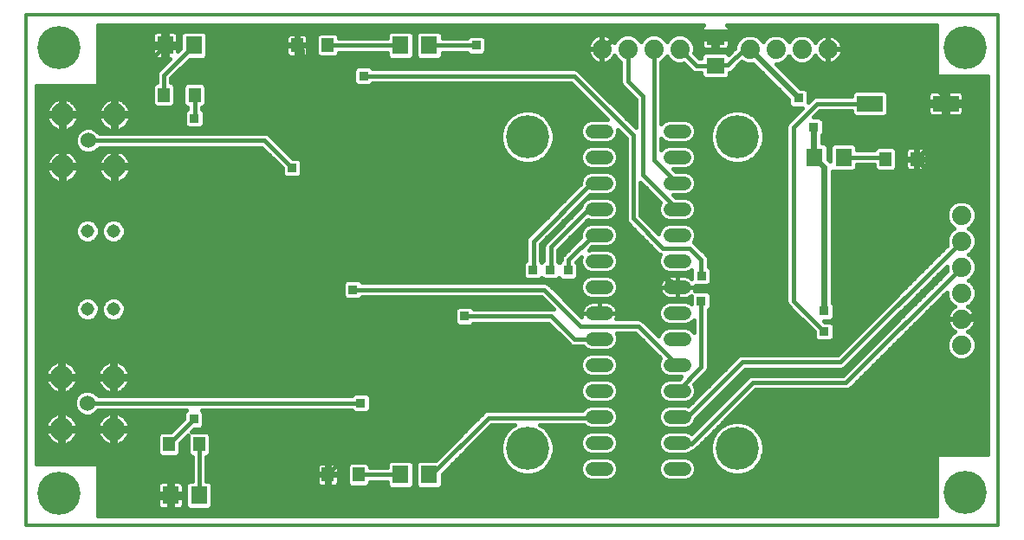
<source format=gbl>
G75*
%MOIN*%
%OFA0B0*%
%FSLAX24Y24*%
%IPPOS*%
%LPD*%
%AMOC8*
5,1,8,0,0,1.08239X$1,22.5*
%
%ADD10C,0.0120*%
%ADD11C,0.0520*%
%ADD12R,0.0472X0.0551*%
%ADD13R,0.0630X0.0709*%
%ADD14C,0.0600*%
%ADD15C,0.0886*%
%ADD16C,0.0740*%
%ADD17C,0.1660*%
%ADD18R,0.0984X0.0630*%
%ADD19C,0.0515*%
%ADD20R,0.0709X0.0630*%
%ADD21R,0.0356X0.0356*%
%ADD22C,0.0240*%
%ADD23C,0.0160*%
D10*
X000160Y000160D02*
X037562Y000160D01*
X037562Y019845D01*
X000160Y019845D01*
X000160Y000160D01*
D11*
X021960Y002349D02*
X022480Y002349D01*
X022480Y003349D02*
X021960Y003349D01*
X021960Y004349D02*
X022480Y004349D01*
X022480Y005349D02*
X021960Y005349D01*
X021960Y006349D02*
X022480Y006349D01*
X022480Y007349D02*
X021960Y007349D01*
X021960Y008349D02*
X022480Y008349D01*
X022480Y009349D02*
X021960Y009349D01*
X021960Y010349D02*
X022480Y010349D01*
X022480Y011349D02*
X021960Y011349D01*
X021960Y012349D02*
X022480Y012349D01*
X022480Y013349D02*
X021960Y013349D01*
X021960Y014349D02*
X022480Y014349D01*
X022480Y015349D02*
X021960Y015349D01*
X024960Y015349D02*
X025480Y015349D01*
X025480Y014349D02*
X024960Y014349D01*
X024960Y013349D02*
X025480Y013349D01*
X025480Y012349D02*
X024960Y012349D01*
X024960Y011349D02*
X025480Y011349D01*
X025480Y010349D02*
X024960Y010349D01*
X024960Y009349D02*
X025480Y009349D01*
X025480Y008349D02*
X024960Y008349D01*
X024960Y007349D02*
X025480Y007349D01*
X025480Y006349D02*
X024960Y006349D01*
X024960Y005349D02*
X025480Y005349D01*
X025480Y004349D02*
X024960Y004349D01*
X024960Y003349D02*
X025480Y003349D01*
X025480Y002349D02*
X024960Y002349D01*
D12*
X012955Y002129D03*
X011774Y002129D03*
X006835Y003289D03*
X005654Y003289D03*
X005465Y016749D03*
X006646Y016749D03*
X010593Y018664D03*
X011774Y018664D03*
X033242Y014281D03*
X034423Y014281D03*
D13*
X031612Y014344D03*
X030509Y014344D03*
X015672Y018664D03*
X014569Y018664D03*
X006617Y018664D03*
X005514Y018664D03*
X014569Y002129D03*
X015672Y002129D03*
X006826Y001328D03*
X005723Y001328D03*
D14*
X002522Y004884D03*
X002557Y014993D03*
D15*
X003557Y015993D03*
X001557Y015993D03*
X001557Y013993D03*
X003557Y013993D03*
X003522Y005884D03*
X001522Y005884D03*
X001522Y003884D03*
X003522Y003884D03*
D16*
X022322Y018520D03*
X023322Y018520D03*
X024322Y018520D03*
X025322Y018520D03*
X028013Y018515D03*
X029013Y018515D03*
X030013Y018515D03*
X031013Y018515D03*
X036156Y012117D03*
X036156Y011117D03*
X036156Y010117D03*
X036156Y009117D03*
X036156Y008117D03*
X036156Y007117D03*
D17*
X027519Y003136D03*
X019451Y003136D03*
X036297Y001430D03*
X027519Y015141D03*
X019451Y015141D03*
X036297Y018580D03*
X001433Y018584D03*
X001439Y001420D03*
D18*
X032634Y016419D03*
X035548Y016419D03*
D19*
X003522Y011503D03*
X002522Y011503D03*
X002522Y008503D03*
X003522Y008503D03*
D20*
X026688Y017883D03*
X026688Y018985D03*
D21*
X029880Y016630D03*
X030475Y015514D03*
X035593Y013152D03*
X030869Y008428D03*
X030869Y007640D03*
X029688Y006853D03*
X026144Y008821D03*
X026150Y009770D03*
X024176Y009215D03*
X023270Y008330D03*
X021016Y009999D03*
X020340Y010000D03*
X019670Y010010D03*
X017040Y008230D03*
X012730Y009250D03*
X014400Y012730D03*
X010396Y013940D03*
X006640Y015840D03*
X013152Y017483D03*
X017483Y018664D03*
X023080Y014120D03*
X013040Y004880D03*
X014270Y004610D03*
X017020Y002190D03*
X015508Y001027D03*
X006620Y004260D03*
X003520Y002990D03*
X032230Y003700D03*
X034480Y003690D03*
X035120Y002250D03*
D22*
X033890Y001020D01*
X018664Y001020D01*
X018190Y001020D01*
X015981Y001020D01*
X015508Y001027D01*
X017020Y002190D02*
X018190Y001020D01*
X030869Y008428D02*
X030869Y013985D01*
X030509Y014344D01*
X030475Y014378D02*
X030475Y015514D01*
X029880Y016648D02*
X028013Y018515D01*
X026538Y019180D02*
X031020Y019180D01*
X033020Y019180D01*
X035548Y016652D01*
X035548Y016419D02*
X035548Y015405D01*
X034423Y014281D01*
X035552Y013152D01*
X035593Y013152D02*
X036380Y013152D01*
X036774Y012758D01*
X036774Y008428D01*
X036464Y008117D01*
X025240Y009350D02*
X023100Y011020D01*
X023080Y014120D01*
X022322Y018520D02*
X022982Y019180D01*
X026538Y019180D01*
D23*
X026538Y019135D01*
X026688Y018985D01*
X026765Y019022D02*
X027746Y019022D01*
X027690Y018998D02*
X027899Y019085D01*
X028126Y019085D01*
X028335Y018998D01*
X028496Y018838D01*
X028513Y018798D01*
X028529Y018838D01*
X028690Y018998D01*
X028899Y019085D01*
X029126Y019085D01*
X029335Y018998D01*
X029496Y018838D01*
X029513Y018798D01*
X029529Y018838D01*
X029690Y018998D01*
X029899Y019085D01*
X030126Y019085D01*
X030335Y018998D01*
X030496Y018838D01*
X030525Y018769D01*
X030542Y018803D01*
X030593Y018873D01*
X030654Y018935D01*
X030724Y018986D01*
X030801Y019025D01*
X030884Y019052D01*
X030969Y019065D01*
X030993Y019065D01*
X030993Y018535D01*
X031033Y018535D01*
X031563Y018535D01*
X031563Y018558D01*
X031549Y018644D01*
X031522Y018726D01*
X031483Y018803D01*
X031432Y018873D01*
X031371Y018935D01*
X031301Y018986D01*
X031224Y019025D01*
X031141Y019052D01*
X031056Y019065D01*
X031033Y019065D01*
X031033Y018535D01*
X031033Y018495D01*
X031563Y018495D01*
X031563Y018472D01*
X031549Y018386D01*
X031522Y018304D01*
X031483Y018227D01*
X031432Y018157D01*
X031371Y018096D01*
X031301Y018045D01*
X031224Y018005D01*
X031141Y017979D01*
X031056Y017965D01*
X031033Y017965D01*
X031033Y018495D01*
X030993Y018495D01*
X030993Y017965D01*
X030969Y017965D01*
X030884Y017979D01*
X030801Y018005D01*
X030724Y018045D01*
X030654Y018096D01*
X030593Y018157D01*
X030542Y018227D01*
X030525Y018262D01*
X030496Y018192D01*
X030335Y018032D01*
X030126Y017945D01*
X029899Y017945D01*
X029690Y018032D01*
X029529Y018192D01*
X029513Y018233D01*
X029496Y018192D01*
X029335Y018032D01*
X029126Y017945D01*
X029035Y017945D01*
X029972Y017008D01*
X030141Y017008D01*
X030258Y016891D01*
X030258Y016481D01*
X030355Y016578D01*
X030434Y016657D01*
X030537Y016699D01*
X031942Y016699D01*
X031942Y016817D01*
X032059Y016934D01*
X033209Y016934D01*
X033326Y016817D01*
X033326Y016021D01*
X033209Y015904D01*
X032059Y015904D01*
X031942Y016021D01*
X031942Y016139D01*
X030708Y016139D01*
X030462Y015892D01*
X030736Y015892D01*
X030853Y015775D01*
X030853Y015253D01*
X030795Y015195D01*
X030795Y014898D01*
X030907Y014898D01*
X031024Y014781D01*
X031024Y014281D01*
X031050Y014256D01*
X031097Y014209D01*
X031097Y014781D01*
X031214Y014898D01*
X032010Y014898D01*
X032127Y014781D01*
X032127Y014624D01*
X032806Y014624D01*
X032806Y014639D01*
X032923Y014756D01*
X033561Y014756D01*
X033678Y014639D01*
X033678Y013922D01*
X033561Y013805D01*
X032923Y013805D01*
X032806Y013922D01*
X032806Y014064D01*
X032127Y014064D01*
X032127Y013907D01*
X032010Y013790D01*
X031214Y013790D01*
X031189Y013815D01*
X031189Y008747D01*
X031247Y008689D01*
X031247Y008167D01*
X031130Y008050D01*
X030855Y008050D01*
X030887Y008018D01*
X031130Y008018D01*
X031247Y007901D01*
X031247Y007379D01*
X031130Y007262D01*
X030608Y007262D01*
X030491Y007379D01*
X030491Y007622D01*
X029529Y008584D01*
X029450Y008663D01*
X029408Y008766D01*
X029408Y015570D01*
X029450Y015673D01*
X030029Y016252D01*
X029619Y016252D01*
X029502Y016369D01*
X029502Y016573D01*
X028129Y017946D01*
X028126Y017945D01*
X027899Y017945D01*
X027703Y018027D01*
X027329Y017653D01*
X027242Y017617D01*
X027242Y017485D01*
X027125Y017368D01*
X026251Y017368D01*
X026134Y017485D01*
X026134Y017600D01*
X025894Y017600D01*
X025791Y017643D01*
X025470Y017964D01*
X025435Y017950D01*
X025209Y017950D01*
X024999Y018037D01*
X024839Y018197D01*
X024822Y018238D01*
X024805Y018197D01*
X024645Y018037D01*
X024602Y018019D01*
X024602Y015642D01*
X024699Y015739D01*
X024868Y015809D01*
X025571Y015809D01*
X025740Y015739D01*
X025870Y015610D01*
X025940Y015441D01*
X025940Y015258D01*
X025870Y015089D01*
X025740Y014959D01*
X025571Y014889D01*
X024868Y014889D01*
X024699Y014959D01*
X024602Y015056D01*
X024602Y014642D01*
X024699Y014739D01*
X024868Y014809D01*
X025571Y014809D01*
X025740Y014739D01*
X025870Y014610D01*
X025940Y014441D01*
X025940Y014258D01*
X025870Y014089D01*
X025740Y013959D01*
X025571Y013889D01*
X025076Y013889D01*
X025156Y013809D01*
X025571Y013809D01*
X025740Y013739D01*
X025870Y013610D01*
X025940Y013441D01*
X025940Y013258D01*
X025870Y013089D01*
X025740Y012959D01*
X025571Y012889D01*
X025076Y012889D01*
X025156Y012809D01*
X025571Y012809D01*
X025740Y012739D01*
X025870Y012610D01*
X025940Y012441D01*
X025940Y012258D01*
X025870Y012089D01*
X025740Y011959D01*
X025571Y011889D01*
X024868Y011889D01*
X024699Y011959D01*
X024570Y012089D01*
X024500Y012258D01*
X024500Y012441D01*
X024568Y012605D01*
X023810Y013363D01*
X023810Y012106D01*
X024500Y011416D01*
X024500Y011441D01*
X024570Y011610D01*
X024699Y011739D01*
X024868Y011809D01*
X025571Y011809D01*
X025740Y011739D01*
X025870Y011610D01*
X025940Y011441D01*
X025940Y011258D01*
X025870Y011089D01*
X025859Y011078D01*
X025928Y011009D01*
X026382Y010555D01*
X026424Y010452D01*
X026424Y010135D01*
X026528Y010031D01*
X026528Y009509D01*
X026411Y009392D01*
X025918Y009392D01*
X025920Y009384D01*
X025920Y009349D01*
X025220Y009349D01*
X025220Y009349D01*
X025220Y008909D01*
X025514Y008909D01*
X025583Y008920D01*
X025649Y008942D01*
X025710Y008973D01*
X025766Y009014D01*
X025766Y008713D01*
X025740Y008739D01*
X025571Y008809D01*
X024868Y008809D01*
X024699Y008739D01*
X024570Y008610D01*
X024500Y008441D01*
X024500Y008258D01*
X024570Y008089D01*
X024699Y007959D01*
X024868Y007889D01*
X025571Y007889D01*
X025740Y007959D01*
X025864Y008083D01*
X025864Y007615D01*
X025740Y007739D01*
X025571Y007809D01*
X024868Y007809D01*
X024699Y007739D01*
X024570Y007610D01*
X024507Y007458D01*
X023956Y008009D01*
X023878Y008087D01*
X023775Y008130D01*
X022862Y008130D01*
X022887Y008180D01*
X022909Y008246D01*
X022920Y008315D01*
X022920Y008349D01*
X022220Y008349D01*
X022220Y008349D01*
X022920Y008349D01*
X022920Y008384D01*
X022909Y008452D01*
X022887Y008518D01*
X022856Y008580D01*
X022815Y008636D01*
X022766Y008685D01*
X022710Y008726D01*
X022649Y008757D01*
X022583Y008778D01*
X022514Y008789D01*
X022220Y008789D01*
X022220Y008349D01*
X022220Y008349D01*
X021520Y008349D01*
X021520Y008315D01*
X021530Y008246D01*
X021540Y008216D01*
X020347Y009409D01*
X020269Y009487D01*
X020166Y009530D01*
X013089Y009530D01*
X012991Y009628D01*
X012469Y009628D01*
X012352Y009511D01*
X012352Y008989D01*
X012469Y008872D01*
X012991Y008872D01*
X013089Y008970D01*
X019994Y008970D01*
X020474Y008490D01*
X020426Y008510D01*
X017399Y008510D01*
X017301Y008608D01*
X016779Y008608D01*
X016662Y008491D01*
X016662Y007969D01*
X016779Y007852D01*
X017301Y007852D01*
X017399Y007950D01*
X020254Y007950D01*
X021013Y007191D01*
X021092Y007112D01*
X021195Y007069D01*
X021589Y007069D01*
X021699Y006959D01*
X021868Y006889D01*
X022571Y006889D01*
X022740Y006959D01*
X022870Y007089D01*
X022940Y007258D01*
X022940Y007441D01*
X022886Y007570D01*
X023603Y007570D01*
X024568Y006605D01*
X024500Y006441D01*
X024500Y006258D01*
X024570Y006089D01*
X024699Y005959D01*
X024868Y005889D01*
X025364Y005889D01*
X025284Y005809D01*
X024868Y005809D01*
X024699Y005739D01*
X024570Y005610D01*
X024500Y005441D01*
X024500Y005258D01*
X024570Y005089D01*
X024699Y004959D01*
X024868Y004889D01*
X025571Y004889D01*
X025740Y004959D01*
X025870Y005089D01*
X025940Y005258D01*
X025940Y005441D01*
X025872Y005605D01*
X026303Y006037D01*
X026382Y006115D01*
X026424Y006218D01*
X026424Y008462D01*
X026522Y008560D01*
X026522Y009082D01*
X026405Y009200D01*
X025894Y009200D01*
X025909Y009246D01*
X025920Y009315D01*
X025920Y009349D01*
X025220Y009349D01*
X025220Y009349D01*
X025220Y008909D01*
X024925Y008909D01*
X024857Y008920D01*
X024791Y008942D01*
X024729Y008973D01*
X024673Y009014D01*
X024624Y009063D01*
X024583Y009119D01*
X024552Y009180D01*
X024530Y009246D01*
X024520Y009315D01*
X024520Y009349D01*
X025220Y009349D01*
X027585Y009349D01*
X027584Y009350D01*
X025240Y009350D01*
X025220Y009349D02*
X025220Y009349D01*
X025220Y009789D01*
X025514Y009789D01*
X025583Y009778D01*
X025649Y009757D01*
X025710Y009726D01*
X025766Y009685D01*
X025772Y009679D01*
X025772Y009991D01*
X025740Y009959D01*
X025571Y009889D01*
X024868Y009889D01*
X024699Y009959D01*
X024570Y010089D01*
X024500Y010258D01*
X024500Y010441D01*
X024562Y010592D01*
X024511Y010613D01*
X023371Y011753D01*
X023293Y011831D01*
X023250Y011934D01*
X023250Y015084D01*
X022940Y015394D01*
X022940Y015258D01*
X022870Y015089D01*
X022740Y014959D01*
X022571Y014889D01*
X021868Y014889D01*
X021699Y014959D01*
X021570Y015089D01*
X021500Y015258D01*
X021500Y015441D01*
X021570Y015610D01*
X021699Y015739D01*
X021868Y015809D01*
X022525Y015809D01*
X021131Y017203D01*
X013511Y017203D01*
X013413Y017105D01*
X012891Y017105D01*
X012774Y017222D01*
X012774Y017744D01*
X012891Y017861D01*
X013413Y017861D01*
X013511Y017763D01*
X021303Y017763D01*
X021406Y017720D01*
X023630Y015496D01*
X023630Y016574D01*
X023163Y017041D01*
X023085Y017119D01*
X023042Y017222D01*
X023042Y018019D01*
X022999Y018037D01*
X022839Y018197D01*
X022810Y018267D01*
X022792Y018232D01*
X022742Y018162D01*
X022680Y018101D01*
X022610Y018050D01*
X022533Y018011D01*
X022451Y017984D01*
X022365Y017970D01*
X022342Y017970D01*
X022342Y018500D01*
X022302Y018500D01*
X022302Y017970D01*
X022279Y017970D01*
X022193Y017984D01*
X022111Y018011D01*
X022034Y018050D01*
X021964Y018101D01*
X021903Y018162D01*
X021852Y018232D01*
X021812Y018309D01*
X021786Y018391D01*
X021772Y018477D01*
X021772Y018500D01*
X022302Y018500D01*
X022302Y018540D01*
X021772Y018540D01*
X021772Y018564D01*
X021786Y018649D01*
X021812Y018731D01*
X021852Y018808D01*
X021903Y018879D01*
X021964Y018940D01*
X022034Y018991D01*
X022111Y019030D01*
X022193Y019057D01*
X022279Y019070D01*
X022302Y019070D01*
X022302Y018540D01*
X022342Y018540D01*
X022342Y019070D01*
X022365Y019070D01*
X022451Y019057D01*
X022533Y019030D01*
X022610Y018991D01*
X022680Y018940D01*
X022742Y018879D01*
X022792Y018808D01*
X022810Y018774D01*
X022839Y018843D01*
X022999Y019003D01*
X023209Y019090D01*
X023435Y019090D01*
X023645Y019003D01*
X023805Y018843D01*
X023822Y018803D01*
X023839Y018843D01*
X023999Y019003D01*
X024209Y019090D01*
X024435Y019090D01*
X024645Y019003D01*
X024805Y018843D01*
X024822Y018803D01*
X024839Y018843D01*
X024999Y019003D01*
X025209Y019090D01*
X025435Y019090D01*
X025645Y019003D01*
X025805Y018843D01*
X025892Y018634D01*
X025892Y018407D01*
X025871Y018355D01*
X026066Y018160D01*
X026134Y018160D01*
X026134Y018281D01*
X026251Y018398D01*
X027125Y018398D01*
X027203Y018319D01*
X027443Y018559D01*
X027443Y018629D01*
X027529Y018838D01*
X027690Y018998D01*
X027554Y018863D02*
X027222Y018863D01*
X027222Y018908D02*
X026765Y018908D01*
X026765Y018490D01*
X027066Y018490D01*
X027112Y018502D01*
X027153Y018526D01*
X027186Y018560D01*
X027210Y018601D01*
X027222Y018646D01*
X027222Y018908D01*
X027222Y019063D02*
X027222Y019324D01*
X027210Y019370D01*
X027186Y019411D01*
X027153Y019444D01*
X027140Y019451D01*
X035199Y019451D01*
X035199Y017483D01*
X037168Y017483D01*
X037168Y002916D01*
X035199Y002916D01*
X035199Y000554D01*
X002916Y000554D01*
X002916Y002522D01*
X000554Y002522D01*
X000554Y017089D01*
X002916Y017089D01*
X002916Y019451D01*
X026236Y019451D01*
X026223Y019444D01*
X026190Y019411D01*
X026166Y019370D01*
X026154Y019324D01*
X026154Y019063D01*
X026610Y019063D01*
X026610Y018908D01*
X026154Y018908D01*
X026154Y018646D01*
X026166Y018601D01*
X026190Y018560D01*
X026223Y018526D01*
X026264Y018502D01*
X026310Y018490D01*
X026610Y018490D01*
X026610Y018908D01*
X026765Y018908D01*
X026765Y019063D01*
X027222Y019063D01*
X027222Y019180D02*
X035199Y019180D01*
X035199Y019022D02*
X031230Y019022D01*
X031033Y019022D02*
X030993Y019022D01*
X030993Y018863D02*
X031033Y018863D01*
X031033Y018705D02*
X030993Y018705D01*
X030993Y018546D02*
X031033Y018546D01*
X031020Y018523D02*
X031020Y019180D01*
X030795Y019022D02*
X030280Y019022D01*
X030471Y018863D02*
X030585Y018863D01*
X031013Y018515D02*
X031020Y018523D01*
X031033Y018388D02*
X030993Y018388D01*
X030993Y018229D02*
X031033Y018229D01*
X031033Y018071D02*
X030993Y018071D01*
X030689Y018071D02*
X030374Y018071D01*
X030511Y018229D02*
X030541Y018229D01*
X029651Y018071D02*
X029374Y018071D01*
X029511Y018229D02*
X029514Y018229D01*
X029068Y017912D02*
X035199Y017912D01*
X035199Y017754D02*
X029227Y017754D01*
X029385Y017595D02*
X035199Y017595D01*
X035199Y018071D02*
X031336Y018071D01*
X031484Y018229D02*
X035199Y018229D01*
X035199Y018388D02*
X031549Y018388D01*
X031563Y018546D02*
X035199Y018546D01*
X035199Y018705D02*
X031529Y018705D01*
X031440Y018863D02*
X035199Y018863D01*
X035199Y019339D02*
X027218Y019339D01*
X026765Y018863D02*
X026610Y018863D01*
X026610Y018705D02*
X026765Y018705D01*
X026765Y018546D02*
X026610Y018546D01*
X026241Y018388D02*
X025884Y018388D01*
X025892Y018546D02*
X026203Y018546D01*
X026154Y018705D02*
X025863Y018705D01*
X025785Y018863D02*
X026154Y018863D01*
X026154Y019180D02*
X016108Y019180D01*
X016070Y019218D02*
X016187Y019101D01*
X016187Y018944D01*
X017124Y018944D01*
X017222Y019042D01*
X017744Y019042D01*
X017861Y018925D01*
X017861Y018403D01*
X017744Y018286D01*
X017222Y018286D01*
X017124Y018384D01*
X016187Y018384D01*
X016187Y018227D01*
X016070Y018110D01*
X015274Y018110D01*
X015157Y018227D01*
X015157Y019101D01*
X015274Y019218D01*
X016070Y019218D01*
X016187Y019022D02*
X017201Y019022D01*
X017483Y018664D02*
X015672Y018664D01*
X015157Y018705D02*
X015084Y018705D01*
X015084Y018863D02*
X015157Y018863D01*
X015157Y019022D02*
X015084Y019022D01*
X015084Y019101D02*
X014967Y019218D01*
X014172Y019218D01*
X014054Y019101D01*
X014054Y018944D01*
X012210Y018944D01*
X012210Y019022D01*
X012093Y019140D01*
X011455Y019140D01*
X011338Y019022D01*
X011338Y018306D01*
X011455Y018188D01*
X012093Y018188D01*
X012210Y018306D01*
X012210Y018384D01*
X014054Y018384D01*
X014054Y018227D01*
X014172Y018110D01*
X014967Y018110D01*
X015084Y018227D01*
X015084Y019101D01*
X015005Y019180D02*
X015236Y019180D01*
X014569Y018664D02*
X011774Y018664D01*
X011338Y018705D02*
X011009Y018705D01*
X011009Y018702D02*
X011009Y018963D01*
X010997Y019009D01*
X010973Y019050D01*
X010940Y019084D01*
X010899Y019107D01*
X010853Y019120D01*
X010631Y019120D01*
X010631Y018702D01*
X010555Y018702D01*
X010555Y018626D01*
X010177Y018626D01*
X010177Y018365D01*
X010189Y018319D01*
X010213Y018278D01*
X010246Y018244D01*
X010287Y018221D01*
X010333Y018208D01*
X010555Y018208D01*
X010555Y018626D01*
X010631Y018626D01*
X010631Y018208D01*
X010853Y018208D01*
X010899Y018221D01*
X010940Y018244D01*
X010973Y018278D01*
X010997Y018319D01*
X011009Y018365D01*
X011009Y018626D01*
X010631Y018626D01*
X010631Y018702D01*
X011009Y018702D01*
X011009Y018546D02*
X011338Y018546D01*
X011338Y018388D02*
X011009Y018388D01*
X010913Y018229D02*
X011414Y018229D01*
X010790Y018467D02*
X010593Y018664D01*
X010555Y018702D02*
X010177Y018702D01*
X010177Y018963D01*
X010189Y019009D01*
X010213Y019050D01*
X010246Y019084D01*
X010287Y019107D01*
X010333Y019120D01*
X010555Y019120D01*
X010555Y018702D01*
X010555Y018705D02*
X010631Y018705D01*
X010631Y018863D02*
X010555Y018863D01*
X010555Y019022D02*
X010631Y019022D01*
X010990Y019022D02*
X011338Y019022D01*
X011338Y018863D02*
X011009Y018863D01*
X010790Y018467D02*
X010790Y015908D01*
X013968Y012730D01*
X014400Y012730D01*
X010774Y013679D02*
X010657Y013561D01*
X010135Y013561D01*
X010018Y013679D01*
X010018Y013922D01*
X009227Y014713D01*
X002982Y014713D01*
X002981Y014709D01*
X002840Y014569D01*
X002656Y014493D01*
X002457Y014493D01*
X002274Y014569D01*
X002133Y014709D01*
X002057Y014893D01*
X002057Y015092D01*
X002133Y015276D01*
X002274Y015416D01*
X002457Y015493D01*
X002656Y015493D01*
X002840Y015416D01*
X002981Y015276D01*
X002982Y015273D01*
X009399Y015273D01*
X009502Y015230D01*
X010414Y014318D01*
X010657Y014318D01*
X010774Y014200D01*
X010774Y013679D01*
X010728Y013633D02*
X021592Y013633D01*
X021570Y013610D02*
X021500Y013441D01*
X021500Y013336D01*
X019521Y011357D01*
X019443Y011279D01*
X019400Y011176D01*
X019400Y010379D01*
X019292Y010271D01*
X019292Y009749D01*
X019409Y009632D01*
X019931Y009632D01*
X020000Y009701D01*
X020079Y009622D01*
X020601Y009622D01*
X020677Y009698D01*
X020755Y009621D01*
X021277Y009621D01*
X021394Y009738D01*
X021394Y010260D01*
X021340Y010314D01*
X021523Y010497D01*
X021500Y010441D01*
X021500Y010258D01*
X021570Y010089D01*
X021699Y009959D01*
X021868Y009889D01*
X022571Y009889D01*
X022740Y009959D01*
X022870Y010089D01*
X022940Y010258D01*
X022940Y010441D01*
X022870Y010610D01*
X022740Y010739D01*
X022571Y010809D01*
X021868Y010809D01*
X021812Y010786D01*
X021915Y010889D01*
X022571Y010889D01*
X022740Y010959D01*
X022870Y011089D01*
X022940Y011258D01*
X022940Y011441D01*
X022870Y011610D01*
X022740Y011739D01*
X022571Y011809D01*
X021868Y011809D01*
X021699Y011739D01*
X021570Y011610D01*
X021500Y011441D01*
X021500Y011266D01*
X020831Y010597D01*
X020793Y010561D01*
X020791Y010557D01*
X020789Y010555D01*
X020769Y010507D01*
X020748Y010459D01*
X020748Y010455D01*
X020746Y010452D01*
X020746Y010400D01*
X020745Y010367D01*
X020679Y010300D01*
X020630Y010349D01*
X020630Y010774D01*
X021781Y011925D01*
X021868Y011889D01*
X022571Y011889D01*
X022740Y011959D01*
X022870Y012089D01*
X022940Y012258D01*
X022940Y012441D01*
X022870Y012610D01*
X022740Y012739D01*
X022571Y012809D01*
X021868Y012809D01*
X021699Y012739D01*
X021570Y012610D01*
X021500Y012441D01*
X021500Y012436D01*
X020113Y011049D01*
X020070Y010946D01*
X020070Y010369D01*
X020010Y010309D01*
X019960Y010359D01*
X019960Y011004D01*
X021852Y012896D01*
X021868Y012889D01*
X022571Y012889D01*
X022740Y012959D01*
X022870Y013089D01*
X022940Y013258D01*
X022940Y013441D01*
X022870Y013610D01*
X022740Y013739D01*
X022571Y013809D01*
X021868Y013809D01*
X021699Y013739D01*
X021570Y013610D01*
X021513Y013474D02*
X003903Y013474D01*
X003883Y013460D02*
X003963Y013517D01*
X004032Y013587D01*
X004090Y013666D01*
X004134Y013753D01*
X004164Y013847D01*
X004177Y013925D01*
X003624Y013925D01*
X003624Y013373D01*
X003703Y013385D01*
X003796Y013415D01*
X003883Y013460D01*
X004065Y013633D02*
X010064Y013633D01*
X010018Y013791D02*
X004146Y013791D01*
X003624Y013791D02*
X003489Y013791D01*
X003489Y013925D02*
X003624Y013925D01*
X003624Y014060D01*
X003489Y014060D01*
X003489Y013925D01*
X002937Y013925D01*
X002949Y013847D01*
X002980Y013753D01*
X003024Y013666D01*
X003082Y013587D01*
X003151Y013517D01*
X003230Y013460D01*
X003318Y013415D01*
X003411Y013385D01*
X003489Y013373D01*
X003489Y013925D01*
X003489Y013950D02*
X001624Y013950D01*
X001624Y013925D02*
X001624Y014060D01*
X001489Y014060D01*
X001489Y013925D01*
X000937Y013925D01*
X000949Y013847D01*
X000980Y013753D01*
X001024Y013666D01*
X001082Y013587D01*
X001151Y013517D01*
X001230Y013460D01*
X001318Y013415D01*
X001411Y013385D01*
X001489Y013373D01*
X001489Y013925D01*
X001624Y013925D01*
X001624Y013373D01*
X001703Y013385D01*
X001796Y013415D01*
X001883Y013460D01*
X001963Y013517D01*
X002032Y013587D01*
X002090Y013666D01*
X002134Y013753D01*
X002164Y013847D01*
X002177Y013925D01*
X001624Y013925D01*
X001624Y013791D02*
X001489Y013791D01*
X001489Y013633D02*
X001624Y013633D01*
X001624Y013474D02*
X001489Y013474D01*
X001211Y013474D02*
X000554Y013474D01*
X000554Y013316D02*
X021480Y013316D01*
X021321Y013157D02*
X000554Y013157D01*
X000554Y012999D02*
X021163Y012999D01*
X021004Y012840D02*
X000554Y012840D01*
X000554Y012682D02*
X020846Y012682D01*
X020687Y012523D02*
X000554Y012523D01*
X000554Y012365D02*
X020529Y012365D01*
X020370Y012206D02*
X000554Y012206D01*
X000554Y012048D02*
X020212Y012048D01*
X020053Y011889D02*
X003783Y011889D01*
X003781Y011890D02*
X003613Y011960D01*
X003431Y011960D01*
X003263Y011890D01*
X003134Y011762D01*
X003065Y011594D01*
X003065Y011412D01*
X003134Y011243D01*
X003263Y011115D01*
X003431Y011045D01*
X003613Y011045D01*
X003781Y011115D01*
X003910Y011243D01*
X003980Y011412D01*
X003980Y011594D01*
X003910Y011762D01*
X003781Y011890D01*
X003923Y011731D02*
X019895Y011731D01*
X019736Y011572D02*
X003980Y011572D01*
X003980Y011414D02*
X019578Y011414D01*
X019521Y011357D02*
X019521Y011357D01*
X019433Y011255D02*
X003915Y011255D01*
X003737Y011097D02*
X019400Y011097D01*
X019400Y010938D02*
X000554Y010938D01*
X000554Y010780D02*
X019400Y010780D01*
X019400Y010621D02*
X000554Y010621D01*
X000554Y010463D02*
X019400Y010463D01*
X019325Y010304D02*
X000554Y010304D01*
X000554Y010146D02*
X019292Y010146D01*
X019292Y009987D02*
X000554Y009987D01*
X000554Y009829D02*
X019292Y009829D01*
X019371Y009670D02*
X000554Y009670D01*
X000554Y009512D02*
X012352Y009512D01*
X012352Y009353D02*
X000554Y009353D01*
X000554Y009195D02*
X012352Y009195D01*
X012352Y009036D02*
X000554Y009036D01*
X000554Y008878D02*
X002250Y008878D01*
X002263Y008890D02*
X002134Y008762D01*
X002065Y008594D01*
X002065Y008412D01*
X002134Y008243D01*
X002263Y008115D01*
X002431Y008045D01*
X002613Y008045D01*
X002781Y008115D01*
X002910Y008243D01*
X002980Y008412D01*
X002980Y008594D01*
X002910Y008762D01*
X002781Y008890D01*
X002613Y008960D01*
X002431Y008960D01*
X002263Y008890D01*
X002117Y008719D02*
X000554Y008719D01*
X000554Y008561D02*
X002065Y008561D01*
X002069Y008402D02*
X000554Y008402D01*
X000554Y008244D02*
X002134Y008244D01*
X002335Y008085D02*
X000554Y008085D01*
X000554Y007927D02*
X016704Y007927D01*
X016662Y008085D02*
X003710Y008085D01*
X003781Y008115D02*
X003613Y008045D01*
X003431Y008045D01*
X003263Y008115D01*
X003134Y008243D01*
X003065Y008412D01*
X003065Y008594D01*
X003134Y008762D01*
X003263Y008890D01*
X003431Y008960D01*
X003613Y008960D01*
X003781Y008890D01*
X003910Y008762D01*
X003980Y008594D01*
X003980Y008412D01*
X003910Y008243D01*
X003781Y008115D01*
X003910Y008244D02*
X016662Y008244D01*
X016662Y008402D02*
X003976Y008402D01*
X003980Y008561D02*
X016731Y008561D01*
X017040Y008230D02*
X020370Y008230D01*
X021251Y007349D01*
X022220Y007349D01*
X022571Y006809D02*
X021868Y006809D01*
X021699Y006739D01*
X021570Y006610D01*
X021500Y006441D01*
X021500Y006258D01*
X021570Y006089D01*
X021699Y005959D01*
X021868Y005889D01*
X022571Y005889D01*
X022740Y005959D01*
X022870Y006089D01*
X022940Y006258D01*
X022940Y006441D01*
X022870Y006610D01*
X022740Y006739D01*
X022571Y006809D01*
X022756Y006976D02*
X024197Y006976D01*
X024039Y007134D02*
X022888Y007134D01*
X022940Y007293D02*
X023880Y007293D01*
X023722Y007451D02*
X022935Y007451D01*
X023719Y007850D02*
X021510Y007850D01*
X020110Y009250D01*
X012730Y009250D01*
X012463Y008878D02*
X003794Y008878D01*
X003928Y008719D02*
X020245Y008719D01*
X020404Y008561D02*
X017349Y008561D01*
X017376Y007927D02*
X020278Y007927D01*
X020436Y007768D02*
X000554Y007768D01*
X000554Y007610D02*
X020595Y007610D01*
X020753Y007451D02*
X000554Y007451D01*
X000554Y007293D02*
X020912Y007293D01*
X021070Y007134D02*
X000554Y007134D01*
X000554Y006976D02*
X021683Y006976D01*
X021618Y006659D02*
X000554Y006659D01*
X000554Y006817D02*
X024356Y006817D01*
X024514Y006659D02*
X022821Y006659D01*
X022915Y006500D02*
X024524Y006500D01*
X024500Y006342D02*
X022940Y006342D01*
X022909Y006183D02*
X024531Y006183D01*
X024634Y006025D02*
X022805Y006025D01*
X022740Y005739D02*
X022571Y005809D01*
X021868Y005809D01*
X021699Y005739D01*
X021570Y005610D01*
X021500Y005441D01*
X021500Y005258D01*
X021570Y005089D01*
X021699Y004959D01*
X021868Y004889D01*
X022571Y004889D01*
X022740Y004959D01*
X022870Y005089D01*
X022940Y005258D01*
X022940Y005441D01*
X022870Y005610D01*
X022740Y005739D01*
X022772Y005708D02*
X024667Y005708D01*
X024544Y005549D02*
X022895Y005549D01*
X022940Y005391D02*
X024500Y005391D01*
X024510Y005232D02*
X022929Y005232D01*
X022854Y005074D02*
X024585Y005074D01*
X024806Y004915D02*
X022633Y004915D01*
X022571Y004809D02*
X022740Y004739D01*
X022870Y004610D01*
X022940Y004441D01*
X022940Y004258D01*
X022870Y004089D01*
X022740Y003959D01*
X022571Y003889D01*
X021868Y003889D01*
X021699Y003959D01*
X021618Y004040D01*
X019945Y004040D01*
X020084Y003960D01*
X020275Y003768D01*
X020411Y003533D01*
X020481Y003271D01*
X020481Y003000D01*
X020411Y002738D01*
X020275Y002504D01*
X020084Y002312D01*
X019849Y002176D01*
X019587Y002106D01*
X019316Y002106D01*
X019054Y002176D01*
X018819Y002312D01*
X018627Y002504D01*
X018492Y002738D01*
X018421Y003000D01*
X018421Y003271D01*
X018492Y003533D01*
X018627Y003768D01*
X018819Y003960D01*
X018957Y004040D01*
X018076Y004040D01*
X016187Y002151D01*
X016187Y001691D01*
X016070Y001574D01*
X015274Y001574D01*
X015157Y001691D01*
X015157Y002566D01*
X015274Y002683D01*
X015927Y002683D01*
X017801Y004557D01*
X017904Y004600D01*
X021566Y004600D01*
X021570Y004610D01*
X021699Y004739D01*
X021868Y004809D01*
X022571Y004809D01*
X022699Y004757D02*
X024741Y004757D01*
X024699Y004739D02*
X024570Y004610D01*
X024500Y004441D01*
X024500Y004258D01*
X024570Y004089D01*
X024699Y003959D01*
X024868Y003889D01*
X025571Y003889D01*
X025740Y003959D01*
X025870Y004089D01*
X025940Y004258D01*
X025940Y004284D01*
X027835Y006179D01*
X031554Y006179D01*
X031657Y006222D01*
X031736Y006301D01*
X035586Y010151D01*
X035586Y010004D01*
X035604Y009961D01*
X031595Y005952D01*
X028057Y005952D01*
X027954Y005909D01*
X025762Y003717D01*
X025740Y003739D01*
X025571Y003809D01*
X024868Y003809D01*
X024699Y003739D01*
X024570Y003610D01*
X024500Y003441D01*
X024500Y003258D01*
X024570Y003089D01*
X024699Y002959D01*
X024868Y002889D01*
X025571Y002889D01*
X025740Y002959D01*
X025813Y003033D01*
X025909Y003072D01*
X025988Y003151D01*
X028229Y005392D01*
X031767Y005392D01*
X031869Y005434D01*
X031948Y005513D01*
X035586Y009151D01*
X035586Y009004D01*
X035673Y008794D01*
X035833Y008634D01*
X035903Y008605D01*
X035868Y008588D01*
X035798Y008537D01*
X035737Y008476D01*
X035686Y008406D01*
X035647Y008328D01*
X035620Y008246D01*
X035606Y008161D01*
X035606Y008137D01*
X036136Y008137D01*
X036136Y008097D01*
X035606Y008097D01*
X035606Y008074D01*
X035620Y007989D01*
X035647Y007906D01*
X035686Y007829D01*
X035737Y007759D01*
X035798Y007698D01*
X035868Y007647D01*
X035903Y007629D01*
X035833Y007601D01*
X035673Y007440D01*
X035586Y007231D01*
X035586Y007004D01*
X035673Y006794D01*
X035833Y006634D01*
X036043Y006547D01*
X036270Y006547D01*
X036479Y006634D01*
X036640Y006794D01*
X036726Y007004D01*
X036726Y007231D01*
X036640Y007440D01*
X036479Y007601D01*
X036410Y007629D01*
X036445Y007647D01*
X036515Y007698D01*
X036576Y007759D01*
X036627Y007829D01*
X036666Y007906D01*
X036693Y007989D01*
X036706Y008074D01*
X036706Y008097D01*
X036176Y008097D01*
X036176Y008137D01*
X036706Y008137D01*
X036706Y008161D01*
X036693Y008246D01*
X036666Y008328D01*
X036627Y008406D01*
X036576Y008476D01*
X036515Y008537D01*
X036445Y008588D01*
X036410Y008605D01*
X036479Y008634D01*
X036640Y008794D01*
X036726Y009004D01*
X036726Y009231D01*
X036640Y009440D01*
X036479Y009601D01*
X036439Y009617D01*
X036479Y009634D01*
X036640Y009794D01*
X036726Y010004D01*
X036726Y010231D01*
X036640Y010440D01*
X036479Y010601D01*
X036439Y010617D01*
X036479Y010634D01*
X036640Y010794D01*
X036726Y011004D01*
X036726Y011231D01*
X036640Y011440D01*
X036479Y011601D01*
X036439Y011617D01*
X036479Y011634D01*
X036640Y011794D01*
X036726Y012004D01*
X036726Y012231D01*
X036640Y012440D01*
X036479Y012601D01*
X036270Y012687D01*
X036043Y012687D01*
X035833Y012601D01*
X035673Y012440D01*
X035586Y012231D01*
X035586Y012004D01*
X035673Y011794D01*
X035833Y011634D01*
X035874Y011617D01*
X035833Y011601D01*
X035673Y011440D01*
X035586Y011231D01*
X035586Y011004D01*
X035604Y010961D01*
X031382Y006739D01*
X027663Y006739D01*
X027560Y006697D01*
X025643Y004779D01*
X025571Y004809D01*
X024868Y004809D01*
X024699Y004739D01*
X024565Y004598D02*
X022874Y004598D01*
X022940Y004440D02*
X024500Y004440D01*
X024500Y004281D02*
X022940Y004281D01*
X022884Y004123D02*
X024556Y004123D01*
X024694Y003964D02*
X022745Y003964D01*
X022740Y003739D02*
X022571Y003809D01*
X021868Y003809D01*
X021699Y003739D01*
X021570Y003610D01*
X021500Y003441D01*
X021500Y003258D01*
X021570Y003089D01*
X021699Y002959D01*
X021868Y002889D01*
X022571Y002889D01*
X022740Y002959D01*
X022870Y003089D01*
X022940Y003258D01*
X022940Y003441D01*
X022870Y003610D01*
X022740Y003739D01*
X022832Y003647D02*
X024607Y003647D01*
X024519Y003489D02*
X022920Y003489D01*
X022940Y003330D02*
X024500Y003330D01*
X024535Y003172D02*
X022904Y003172D01*
X022794Y003013D02*
X024645Y003013D01*
X024699Y002739D02*
X024868Y002809D01*
X025571Y002809D01*
X025740Y002739D01*
X025870Y002610D01*
X025940Y002441D01*
X025940Y002258D01*
X025870Y002089D01*
X025740Y001959D01*
X025571Y001889D01*
X024868Y001889D01*
X024699Y001959D01*
X024570Y002089D01*
X024500Y002258D01*
X024500Y002441D01*
X024570Y002610D01*
X024699Y002739D01*
X024656Y002696D02*
X022783Y002696D01*
X022740Y002739D02*
X022571Y002809D01*
X021868Y002809D01*
X021699Y002739D01*
X021570Y002610D01*
X021500Y002441D01*
X021500Y002258D01*
X021570Y002089D01*
X021699Y001959D01*
X021868Y001889D01*
X022571Y001889D01*
X022740Y001959D01*
X022870Y002089D01*
X022940Y002258D01*
X022940Y002441D01*
X022870Y002610D01*
X022740Y002739D01*
X022900Y002538D02*
X024540Y002538D01*
X024500Y002379D02*
X022940Y002379D01*
X022924Y002221D02*
X024515Y002221D01*
X024596Y002062D02*
X022843Y002062D01*
X022605Y001904D02*
X024834Y001904D01*
X025605Y001904D02*
X035199Y001904D01*
X035199Y002062D02*
X025843Y002062D01*
X025924Y002221D02*
X027045Y002221D01*
X027122Y002176D02*
X026887Y002312D01*
X026695Y002504D01*
X026559Y002738D01*
X026489Y003000D01*
X026489Y003271D01*
X026559Y003533D01*
X026695Y003768D01*
X026887Y003960D01*
X027122Y004096D01*
X027383Y004166D01*
X027655Y004166D01*
X027917Y004096D01*
X028151Y003960D01*
X028343Y003768D01*
X028479Y003533D01*
X028549Y003271D01*
X028549Y003000D01*
X028479Y002738D01*
X028343Y002504D01*
X028151Y002312D01*
X027917Y002176D01*
X027655Y002106D01*
X027383Y002106D01*
X027122Y002176D01*
X026819Y002379D02*
X025940Y002379D01*
X025900Y002538D02*
X026675Y002538D01*
X026584Y002696D02*
X025783Y002696D01*
X025794Y003013D02*
X026489Y003013D01*
X026489Y003172D02*
X026008Y003172D01*
X026167Y003330D02*
X026505Y003330D01*
X026547Y003489D02*
X026325Y003489D01*
X026484Y003647D02*
X026625Y003647D01*
X026642Y003806D02*
X026732Y003806D01*
X026801Y003964D02*
X026894Y003964D01*
X026959Y004123D02*
X027222Y004123D01*
X027118Y004281D02*
X037168Y004281D01*
X037168Y004123D02*
X027816Y004123D01*
X028145Y003964D02*
X037168Y003964D01*
X037168Y003806D02*
X028306Y003806D01*
X028413Y003647D02*
X037168Y003647D01*
X037168Y003489D02*
X028491Y003489D01*
X028533Y003330D02*
X037168Y003330D01*
X037168Y003172D02*
X028549Y003172D01*
X028549Y003013D02*
X037168Y003013D01*
X035199Y002855D02*
X028510Y002855D01*
X028454Y002696D02*
X035199Y002696D01*
X035199Y002538D02*
X028363Y002538D01*
X028219Y002379D02*
X035199Y002379D01*
X035199Y002221D02*
X027993Y002221D01*
X026528Y002855D02*
X020442Y002855D01*
X020481Y003013D02*
X021645Y003013D01*
X021535Y003172D02*
X020481Y003172D01*
X020466Y003330D02*
X021500Y003330D01*
X021519Y003489D02*
X020423Y003489D01*
X020346Y003647D02*
X021607Y003647D01*
X021859Y003806D02*
X020238Y003806D01*
X020077Y003964D02*
X021694Y003964D01*
X022190Y004320D02*
X017960Y004320D01*
X015769Y002129D01*
X015672Y002129D01*
X016187Y002062D02*
X021596Y002062D01*
X021515Y002221D02*
X019926Y002221D01*
X020151Y002379D02*
X021500Y002379D01*
X021540Y002538D02*
X020295Y002538D01*
X020387Y002696D02*
X021656Y002696D01*
X021834Y001904D02*
X016187Y001904D01*
X016187Y001745D02*
X035199Y001745D01*
X035199Y001587D02*
X016082Y001587D01*
X015262Y001587D02*
X014980Y001587D01*
X014967Y001574D02*
X015084Y001691D01*
X015084Y002566D01*
X014967Y002683D01*
X014172Y002683D01*
X014054Y002566D01*
X014054Y002409D01*
X013391Y002409D01*
X013391Y002487D01*
X013274Y002604D01*
X012636Y002604D01*
X012519Y002487D01*
X012519Y001770D01*
X012636Y001653D01*
X013274Y001653D01*
X013391Y001770D01*
X013391Y001849D01*
X014054Y001849D01*
X014054Y001691D01*
X014172Y001574D01*
X014967Y001574D01*
X015084Y001745D02*
X015157Y001745D01*
X015157Y001904D02*
X015084Y001904D01*
X015084Y002062D02*
X015157Y002062D01*
X015157Y002221D02*
X015084Y002221D01*
X015084Y002379D02*
X015157Y002379D01*
X015157Y002538D02*
X015084Y002538D01*
X014569Y002129D02*
X012955Y002129D01*
X012519Y002062D02*
X012190Y002062D01*
X012190Y002090D02*
X011812Y002090D01*
X011812Y001673D01*
X012034Y001673D01*
X012080Y001685D01*
X012121Y001709D01*
X012154Y001742D01*
X012178Y001783D01*
X012190Y001829D01*
X012190Y002090D01*
X012190Y002167D02*
X012190Y002428D01*
X012178Y002474D01*
X012154Y002515D01*
X012121Y002548D01*
X012080Y002572D01*
X012034Y002584D01*
X011812Y002584D01*
X011812Y002167D01*
X011736Y002167D01*
X011736Y002584D01*
X011514Y002584D01*
X011468Y002572D01*
X011427Y002548D01*
X011394Y002515D01*
X011370Y002474D01*
X011358Y002428D01*
X011358Y002167D01*
X011736Y002167D01*
X011736Y002090D01*
X011812Y002090D01*
X011812Y002167D01*
X012190Y002167D01*
X012190Y002221D02*
X012519Y002221D01*
X012519Y002379D02*
X012190Y002379D01*
X012132Y002538D02*
X012570Y002538D01*
X011812Y002538D02*
X011736Y002538D01*
X011736Y002379D02*
X011812Y002379D01*
X011812Y002221D02*
X011736Y002221D01*
X011774Y002129D02*
X014256Y004610D01*
X014270Y004610D01*
X013418Y004619D02*
X013418Y005141D01*
X013301Y005258D01*
X012779Y005258D01*
X012685Y005164D01*
X002947Y005164D01*
X002946Y005168D01*
X002805Y005308D01*
X002622Y005384D01*
X002423Y005384D01*
X002239Y005308D01*
X002098Y005168D01*
X002022Y004984D01*
X002022Y004785D01*
X002098Y004601D01*
X002239Y004461D01*
X002423Y004384D01*
X002622Y004384D01*
X002805Y004461D01*
X002946Y004601D01*
X002947Y004604D01*
X006325Y004604D01*
X006242Y004521D01*
X006242Y004273D01*
X005733Y003765D01*
X005335Y003765D01*
X005218Y003648D01*
X005218Y002931D01*
X005335Y002814D01*
X005973Y002814D01*
X006090Y002931D01*
X006090Y003329D01*
X006399Y003638D01*
X006399Y002931D01*
X006516Y002814D01*
X006549Y002814D01*
X006546Y002550D01*
X006546Y002548D01*
X006546Y002494D01*
X006545Y002440D01*
X006546Y002438D01*
X006546Y001882D01*
X006428Y001882D01*
X006311Y001765D01*
X006311Y000891D01*
X006428Y000774D01*
X007223Y000774D01*
X007340Y000891D01*
X007340Y001765D01*
X007223Y001882D01*
X007106Y001882D01*
X007106Y002491D01*
X007109Y002814D01*
X007154Y002814D01*
X007271Y002931D01*
X007271Y003648D01*
X007154Y003765D01*
X006525Y003765D01*
X006642Y003882D01*
X006881Y003882D01*
X006998Y003999D01*
X006998Y004521D01*
X006915Y004604D01*
X012677Y004604D01*
X012779Y004502D01*
X013301Y004502D01*
X013418Y004619D01*
X013397Y004598D02*
X017899Y004598D01*
X017684Y004440D02*
X006998Y004440D01*
X006998Y004281D02*
X017525Y004281D01*
X017367Y004123D02*
X006998Y004123D01*
X006963Y003964D02*
X017208Y003964D01*
X017050Y003806D02*
X006566Y003806D01*
X006091Y004123D02*
X004100Y004123D01*
X004099Y004124D02*
X004055Y004211D01*
X003997Y004290D01*
X003928Y004360D01*
X003849Y004417D01*
X003761Y004462D01*
X003668Y004492D01*
X003590Y004504D01*
X003590Y003952D01*
X004142Y003952D01*
X004130Y004030D01*
X004099Y004124D01*
X004140Y003964D02*
X005933Y003964D01*
X005774Y003806D02*
X004140Y003806D01*
X004142Y003817D02*
X003590Y003817D01*
X003590Y003952D01*
X003455Y003952D01*
X003455Y004504D01*
X003376Y004492D01*
X003283Y004462D01*
X003196Y004417D01*
X003116Y004360D01*
X003047Y004290D01*
X002989Y004211D01*
X002945Y004124D01*
X002915Y004030D01*
X002902Y003952D01*
X003455Y003952D01*
X003455Y003817D01*
X003590Y003817D01*
X003590Y003264D01*
X003668Y003277D01*
X003761Y003307D01*
X003849Y003352D01*
X003928Y003409D01*
X003997Y003479D01*
X004055Y003558D01*
X004099Y003645D01*
X004130Y003739D01*
X004142Y003817D01*
X004100Y003647D02*
X005218Y003647D01*
X005218Y003489D02*
X004005Y003489D01*
X003806Y003330D02*
X005218Y003330D01*
X005218Y003172D02*
X000554Y003172D01*
X000554Y003330D02*
X001238Y003330D01*
X001196Y003352D02*
X001283Y003307D01*
X001376Y003277D01*
X001455Y003264D01*
X001455Y003817D01*
X001590Y003817D01*
X001590Y003952D01*
X002142Y003952D01*
X002130Y004030D01*
X002099Y004124D01*
X002055Y004211D01*
X001997Y004290D01*
X001928Y004360D01*
X001849Y004417D01*
X001761Y004462D01*
X001668Y004492D01*
X001590Y004504D01*
X001590Y003952D01*
X001455Y003952D01*
X001455Y004504D01*
X001376Y004492D01*
X001283Y004462D01*
X001196Y004417D01*
X001116Y004360D01*
X001047Y004290D01*
X000989Y004211D01*
X000945Y004124D01*
X000915Y004030D01*
X000902Y003952D01*
X001455Y003952D01*
X001455Y003817D01*
X000902Y003817D01*
X000915Y003739D01*
X000945Y003645D01*
X000989Y003558D01*
X001047Y003479D01*
X001116Y003409D01*
X001196Y003352D01*
X001040Y003489D02*
X000554Y003489D01*
X000554Y003647D02*
X000944Y003647D01*
X000904Y003806D02*
X000554Y003806D01*
X000554Y003964D02*
X000904Y003964D01*
X000945Y004123D02*
X000554Y004123D01*
X000554Y004281D02*
X001040Y004281D01*
X001240Y004440D02*
X000554Y004440D01*
X000554Y004598D02*
X002101Y004598D01*
X002034Y004757D02*
X000554Y004757D01*
X000554Y004915D02*
X002022Y004915D01*
X002059Y005074D02*
X000554Y005074D01*
X000554Y005232D02*
X002163Y005232D01*
X001928Y005409D02*
X001997Y005479D01*
X002055Y005558D01*
X002099Y005645D01*
X002130Y005739D01*
X002142Y005817D01*
X001590Y005817D01*
X001590Y005952D01*
X002142Y005952D01*
X002130Y006030D01*
X002099Y006124D01*
X002055Y006211D01*
X001997Y006290D01*
X001928Y006360D01*
X001849Y006417D01*
X001761Y006462D01*
X001668Y006492D01*
X001590Y006504D01*
X001590Y005952D01*
X001455Y005952D01*
X001455Y006504D01*
X001376Y006492D01*
X001283Y006462D01*
X001196Y006417D01*
X001116Y006360D01*
X001047Y006290D01*
X000989Y006211D01*
X000945Y006124D01*
X000915Y006030D01*
X000902Y005952D01*
X001455Y005952D01*
X001455Y005817D01*
X001590Y005817D01*
X001590Y005264D01*
X001668Y005277D01*
X001761Y005307D01*
X001849Y005352D01*
X001928Y005409D01*
X001902Y005391D02*
X003142Y005391D01*
X003116Y005409D02*
X003196Y005352D01*
X003283Y005307D01*
X003376Y005277D01*
X003455Y005264D01*
X003455Y005817D01*
X003590Y005817D01*
X003590Y005952D01*
X004142Y005952D01*
X004130Y006030D01*
X004099Y006124D01*
X004055Y006211D01*
X003997Y006290D01*
X003928Y006360D01*
X003849Y006417D01*
X003761Y006462D01*
X003668Y006492D01*
X003590Y006504D01*
X003590Y005952D01*
X003455Y005952D01*
X003455Y006504D01*
X003376Y006492D01*
X003283Y006462D01*
X003196Y006417D01*
X003116Y006360D01*
X003047Y006290D01*
X002989Y006211D01*
X002945Y006124D01*
X002915Y006030D01*
X002902Y005952D01*
X003455Y005952D01*
X003455Y005817D01*
X002902Y005817D01*
X002915Y005739D01*
X002945Y005645D01*
X002989Y005558D01*
X003047Y005479D01*
X003116Y005409D01*
X002996Y005549D02*
X002048Y005549D01*
X002120Y005708D02*
X002925Y005708D01*
X002914Y006025D02*
X002131Y006025D01*
X002069Y006183D02*
X002975Y006183D01*
X003098Y006342D02*
X001946Y006342D01*
X001590Y006342D02*
X001455Y006342D01*
X001455Y006500D02*
X001590Y006500D01*
X001617Y006500D02*
X003427Y006500D01*
X003455Y006500D02*
X003590Y006500D01*
X003617Y006500D02*
X021524Y006500D01*
X021500Y006342D02*
X003946Y006342D01*
X004069Y006183D02*
X021531Y006183D01*
X021634Y006025D02*
X004131Y006025D01*
X004142Y005817D02*
X003590Y005817D01*
X003590Y005264D01*
X003668Y005277D01*
X003761Y005307D01*
X003849Y005352D01*
X003928Y005409D01*
X003997Y005479D01*
X004055Y005558D01*
X004099Y005645D01*
X004130Y005739D01*
X004142Y005817D01*
X004120Y005708D02*
X021667Y005708D01*
X021544Y005549D02*
X004048Y005549D01*
X003902Y005391D02*
X021500Y005391D01*
X021510Y005232D02*
X013327Y005232D01*
X013418Y005074D02*
X021585Y005074D01*
X021806Y004915D02*
X013418Y004915D01*
X013418Y004757D02*
X021741Y004757D01*
X022190Y004320D02*
X022220Y004349D01*
X022580Y003806D02*
X024859Y003806D01*
X025220Y004349D02*
X025609Y004349D01*
X027719Y006459D01*
X031498Y006459D01*
X036156Y011117D01*
X035586Y011097D02*
X031189Y011097D01*
X031189Y011255D02*
X035596Y011255D01*
X035662Y011414D02*
X031189Y011414D01*
X031189Y011572D02*
X035805Y011572D01*
X035737Y011731D02*
X031189Y011731D01*
X031189Y011889D02*
X035634Y011889D01*
X035586Y012048D02*
X031189Y012048D01*
X031189Y012206D02*
X035586Y012206D01*
X035642Y012365D02*
X031189Y012365D01*
X031189Y012523D02*
X035756Y012523D01*
X036029Y012682D02*
X031189Y012682D01*
X031189Y012840D02*
X037168Y012840D01*
X037168Y012682D02*
X036284Y012682D01*
X036557Y012523D02*
X037168Y012523D01*
X037168Y012365D02*
X036671Y012365D01*
X036726Y012206D02*
X037168Y012206D01*
X037168Y012048D02*
X036726Y012048D01*
X036679Y011889D02*
X037168Y011889D01*
X037168Y011731D02*
X036576Y011731D01*
X036508Y011572D02*
X037168Y011572D01*
X037168Y011414D02*
X036651Y011414D01*
X036716Y011255D02*
X037168Y011255D01*
X037168Y011097D02*
X036726Y011097D01*
X036699Y010938D02*
X037168Y010938D01*
X037168Y010780D02*
X036625Y010780D01*
X036448Y010621D02*
X037168Y010621D01*
X037168Y010463D02*
X036617Y010463D01*
X036696Y010304D02*
X037168Y010304D01*
X037168Y010146D02*
X036726Y010146D01*
X036719Y009987D02*
X037168Y009987D01*
X037168Y009829D02*
X036654Y009829D01*
X036515Y009670D02*
X037168Y009670D01*
X037168Y009512D02*
X036568Y009512D01*
X036676Y009353D02*
X037168Y009353D01*
X037168Y009195D02*
X036726Y009195D01*
X036726Y009036D02*
X037168Y009036D01*
X037168Y008878D02*
X036674Y008878D01*
X036564Y008719D02*
X037168Y008719D01*
X037168Y008561D02*
X036482Y008561D01*
X036629Y008402D02*
X037168Y008402D01*
X037168Y008244D02*
X036693Y008244D01*
X036706Y008085D02*
X037168Y008085D01*
X037168Y007927D02*
X036673Y007927D01*
X036582Y007768D02*
X037168Y007768D01*
X037168Y007610D02*
X036458Y007610D01*
X036629Y007451D02*
X037168Y007451D01*
X037168Y007293D02*
X036701Y007293D01*
X036726Y007134D02*
X037168Y007134D01*
X037168Y006976D02*
X036715Y006976D01*
X036649Y006817D02*
X037168Y006817D01*
X037168Y006659D02*
X036504Y006659D01*
X037168Y006500D02*
X032935Y006500D01*
X032777Y006342D02*
X037168Y006342D01*
X037168Y006183D02*
X032618Y006183D01*
X032460Y006025D02*
X037168Y006025D01*
X037168Y005866D02*
X032301Y005866D01*
X032143Y005708D02*
X037168Y005708D01*
X037168Y005549D02*
X031984Y005549D01*
X031711Y005672D02*
X028113Y005672D01*
X025751Y003310D01*
X024963Y003310D01*
X025003Y003349D01*
X025220Y003349D01*
X025580Y003806D02*
X025850Y003806D01*
X025745Y003964D02*
X026009Y003964D01*
X025884Y004123D02*
X026167Y004123D01*
X026326Y004281D02*
X025940Y004281D01*
X026095Y004440D02*
X026484Y004440D01*
X026643Y004598D02*
X026254Y004598D01*
X026412Y004757D02*
X026801Y004757D01*
X026960Y004915D02*
X026571Y004915D01*
X026729Y005074D02*
X027118Y005074D01*
X027277Y005232D02*
X026888Y005232D01*
X027046Y005391D02*
X027435Y005391D01*
X027594Y005549D02*
X027205Y005549D01*
X027363Y005708D02*
X027752Y005708D01*
X027911Y005866D02*
X027522Y005866D01*
X027680Y006025D02*
X031668Y006025D01*
X031563Y006183D02*
X031826Y006183D01*
X031777Y006342D02*
X031985Y006342D01*
X031935Y006500D02*
X032143Y006500D01*
X032094Y006659D02*
X032302Y006659D01*
X032252Y006817D02*
X032460Y006817D01*
X032411Y006976D02*
X032619Y006976D01*
X032569Y007134D02*
X032777Y007134D01*
X032728Y007293D02*
X032936Y007293D01*
X032886Y007451D02*
X033094Y007451D01*
X033045Y007610D02*
X033253Y007610D01*
X033203Y007768D02*
X033411Y007768D01*
X033362Y007927D02*
X033570Y007927D01*
X033520Y008085D02*
X033728Y008085D01*
X033679Y008244D02*
X033887Y008244D01*
X033837Y008402D02*
X034045Y008402D01*
X033996Y008561D02*
X034204Y008561D01*
X034154Y008719D02*
X034362Y008719D01*
X034313Y008878D02*
X034521Y008878D01*
X034471Y009036D02*
X034679Y009036D01*
X034630Y009195D02*
X034838Y009195D01*
X034788Y009353D02*
X034996Y009353D01*
X034947Y009512D02*
X035155Y009512D01*
X035105Y009670D02*
X035313Y009670D01*
X035264Y009829D02*
X035472Y009829D01*
X035422Y009987D02*
X035593Y009987D01*
X035581Y010146D02*
X035586Y010146D01*
X036156Y010117D02*
X031711Y005672D01*
X033094Y006659D02*
X035809Y006659D01*
X035664Y006817D02*
X033252Y006817D01*
X033411Y006976D02*
X035598Y006976D01*
X035586Y007134D02*
X033569Y007134D01*
X033728Y007293D02*
X035612Y007293D01*
X035684Y007451D02*
X033886Y007451D01*
X034045Y007610D02*
X035855Y007610D01*
X035730Y007768D02*
X034203Y007768D01*
X034362Y007927D02*
X035640Y007927D01*
X035606Y008085D02*
X034520Y008085D01*
X034679Y008244D02*
X035620Y008244D01*
X035684Y008402D02*
X034837Y008402D01*
X034996Y008561D02*
X035831Y008561D01*
X035749Y008719D02*
X035154Y008719D01*
X035313Y008878D02*
X035639Y008878D01*
X035586Y009036D02*
X035471Y009036D01*
X034630Y009987D02*
X031189Y009987D01*
X031189Y009829D02*
X034472Y009829D01*
X034313Y009670D02*
X031189Y009670D01*
X031189Y009512D02*
X034155Y009512D01*
X033996Y009353D02*
X031189Y009353D01*
X031189Y009195D02*
X033838Y009195D01*
X033679Y009036D02*
X031189Y009036D01*
X031189Y008878D02*
X033521Y008878D01*
X033362Y008719D02*
X031216Y008719D01*
X031247Y008561D02*
X033204Y008561D01*
X033045Y008402D02*
X031247Y008402D01*
X031247Y008244D02*
X032887Y008244D01*
X032728Y008085D02*
X031165Y008085D01*
X031222Y007927D02*
X032570Y007927D01*
X032411Y007768D02*
X031247Y007768D01*
X031247Y007610D02*
X032253Y007610D01*
X032094Y007451D02*
X031247Y007451D01*
X031160Y007293D02*
X031936Y007293D01*
X031777Y007134D02*
X026424Y007134D01*
X026424Y006976D02*
X031619Y006976D01*
X031460Y006817D02*
X026424Y006817D01*
X026424Y006659D02*
X027522Y006659D01*
X027364Y006500D02*
X026424Y006500D01*
X026424Y006342D02*
X027205Y006342D01*
X027047Y006183D02*
X026410Y006183D01*
X026303Y006037D02*
X026303Y006037D01*
X026291Y006025D02*
X026888Y006025D01*
X026730Y005866D02*
X026132Y005866D01*
X025974Y005708D02*
X026571Y005708D01*
X026413Y005549D02*
X025895Y005549D01*
X025940Y005391D02*
X026254Y005391D01*
X026096Y005232D02*
X025929Y005232D01*
X025937Y005074D02*
X025854Y005074D01*
X025779Y004915D02*
X025633Y004915D01*
X025220Y005349D02*
X026144Y006274D01*
X026144Y008821D01*
X025766Y008878D02*
X020878Y008878D01*
X020720Y009036D02*
X021622Y009036D01*
X021570Y009089D02*
X021699Y008959D01*
X021868Y008889D01*
X022571Y008889D01*
X022740Y008959D01*
X022870Y009089D01*
X022940Y009258D01*
X022940Y009441D01*
X022870Y009610D01*
X022740Y009739D01*
X022571Y009809D01*
X021868Y009809D01*
X021699Y009739D01*
X021570Y009610D01*
X021500Y009441D01*
X021500Y009258D01*
X021570Y009089D01*
X021526Y009195D02*
X020561Y009195D01*
X020403Y009353D02*
X021500Y009353D01*
X021529Y009512D02*
X020210Y009512D01*
X020031Y009670D02*
X019969Y009670D01*
X020340Y010000D02*
X020350Y010000D01*
X020350Y010890D01*
X021809Y012349D01*
X022220Y012349D01*
X021534Y012523D02*
X021479Y012523D01*
X021429Y012365D02*
X021320Y012365D01*
X021270Y012206D02*
X021162Y012206D01*
X021112Y012048D02*
X021003Y012048D01*
X020953Y011889D02*
X020845Y011889D01*
X020795Y011731D02*
X020686Y011731D01*
X020636Y011572D02*
X020528Y011572D01*
X020478Y011414D02*
X020369Y011414D01*
X020319Y011255D02*
X020211Y011255D01*
X020161Y011097D02*
X020052Y011097D01*
X020070Y010938D02*
X019960Y010938D01*
X019960Y010780D02*
X020070Y010780D01*
X020070Y010621D02*
X019960Y010621D01*
X019960Y010463D02*
X020070Y010463D01*
X020630Y010463D02*
X020749Y010463D01*
X020682Y010304D02*
X020675Y010304D01*
X021026Y010396D02*
X021979Y011349D01*
X022220Y011349D01*
X021554Y011572D02*
X021428Y011572D01*
X021500Y011414D02*
X021269Y011414D01*
X021111Y011255D02*
X021489Y011255D01*
X021330Y011097D02*
X020952Y011097D01*
X020794Y010938D02*
X021172Y010938D01*
X021013Y010780D02*
X020635Y010780D01*
X020630Y010621D02*
X020855Y010621D01*
X021488Y010463D02*
X021509Y010463D01*
X021500Y010304D02*
X021350Y010304D01*
X021394Y010146D02*
X021546Y010146D01*
X021671Y009987D02*
X021394Y009987D01*
X021394Y009829D02*
X025772Y009829D01*
X025768Y009987D02*
X025772Y009987D01*
X026144Y009776D02*
X026144Y010396D01*
X025690Y010850D01*
X024670Y010850D01*
X023530Y011990D01*
X023530Y015200D01*
X021247Y017483D01*
X013152Y017483D01*
X012774Y017437D02*
X005785Y017437D01*
X005745Y017396D02*
X006458Y018110D01*
X007014Y018110D01*
X007132Y018227D01*
X007132Y019101D01*
X007014Y019218D01*
X006219Y019218D01*
X006102Y019101D01*
X006102Y018545D01*
X006009Y018453D01*
X006009Y018586D01*
X005592Y018586D01*
X005592Y018130D01*
X005686Y018130D01*
X005306Y017750D01*
X005228Y017671D01*
X005185Y017568D01*
X005185Y017225D01*
X005146Y017225D01*
X005029Y017108D01*
X005029Y016391D01*
X005146Y016274D01*
X005784Y016274D01*
X005901Y016391D01*
X005901Y017108D01*
X005784Y017225D01*
X005745Y017225D01*
X005745Y017396D01*
X005745Y017278D02*
X012774Y017278D01*
X012876Y017120D02*
X007070Y017120D01*
X007082Y017108D02*
X006965Y017225D01*
X006327Y017225D01*
X006210Y017108D01*
X006210Y016391D01*
X006327Y016274D01*
X006366Y016274D01*
X006366Y016205D01*
X006262Y016101D01*
X006262Y015579D01*
X006379Y015462D01*
X006901Y015462D01*
X007018Y015579D01*
X007018Y016101D01*
X006926Y016193D01*
X006926Y016274D01*
X006965Y016274D01*
X007082Y016391D01*
X007082Y017108D01*
X007082Y016961D02*
X021373Y016961D01*
X021531Y016803D02*
X007082Y016803D01*
X007082Y016644D02*
X021690Y016644D01*
X021848Y016486D02*
X007082Y016486D01*
X007019Y016327D02*
X022007Y016327D01*
X022165Y016169D02*
X019594Y016169D01*
X019587Y016171D02*
X019316Y016171D01*
X019054Y016100D01*
X018819Y015965D01*
X018627Y015773D01*
X018492Y015538D01*
X018421Y015276D01*
X018421Y015005D01*
X018492Y014743D01*
X018627Y014508D01*
X018819Y014316D01*
X019054Y014181D01*
X019316Y014111D01*
X019587Y014111D01*
X019849Y014181D01*
X020084Y014316D01*
X020275Y014508D01*
X020411Y014743D01*
X020481Y015005D01*
X020481Y015276D01*
X020411Y015538D01*
X020275Y015773D01*
X020084Y015965D01*
X019849Y016100D01*
X019587Y016171D01*
X019308Y016169D02*
X006951Y016169D01*
X007018Y016010D02*
X018897Y016010D01*
X018706Y015852D02*
X007018Y015852D01*
X007018Y015693D02*
X018581Y015693D01*
X018491Y015535D02*
X006974Y015535D01*
X006646Y015846D02*
X006646Y016749D01*
X006210Y016803D02*
X005901Y016803D01*
X005901Y016961D02*
X006210Y016961D01*
X006222Y017120D02*
X005889Y017120D01*
X005901Y016644D02*
X006210Y016644D01*
X006210Y016486D02*
X005901Y016486D01*
X005838Y016327D02*
X006274Y016327D01*
X006329Y016169D02*
X004155Y016169D01*
X004164Y016138D02*
X004134Y016232D01*
X004090Y016319D01*
X004032Y016398D01*
X003963Y016468D01*
X003883Y016525D01*
X003796Y016570D01*
X003703Y016600D01*
X003624Y016612D01*
X003624Y016060D01*
X003489Y016060D01*
X003489Y015925D01*
X002937Y015925D01*
X002949Y015847D01*
X002980Y015753D01*
X003024Y015666D01*
X003082Y015587D01*
X003151Y015517D01*
X003230Y015460D01*
X003318Y015415D01*
X003411Y015385D01*
X003489Y015373D01*
X003489Y015925D01*
X003624Y015925D01*
X003624Y015373D01*
X003703Y015385D01*
X003796Y015415D01*
X003883Y015460D01*
X003963Y015517D01*
X004032Y015587D01*
X004090Y015666D01*
X004134Y015753D01*
X004164Y015847D01*
X004177Y015925D01*
X003624Y015925D01*
X003624Y016060D01*
X004177Y016060D01*
X004164Y016138D01*
X004084Y016327D02*
X005092Y016327D01*
X005029Y016486D02*
X003938Y016486D01*
X003624Y016486D02*
X003489Y016486D01*
X003489Y016612D02*
X003411Y016600D01*
X003318Y016570D01*
X003230Y016525D01*
X003151Y016468D01*
X003082Y016398D01*
X003024Y016319D01*
X002980Y016232D01*
X002949Y016138D01*
X002937Y016060D01*
X003489Y016060D01*
X003489Y016612D01*
X003557Y016706D02*
X003557Y015993D01*
X003624Y016010D02*
X006262Y016010D01*
X006262Y015852D02*
X004165Y015852D01*
X004103Y015693D02*
X006262Y015693D01*
X006306Y015535D02*
X003980Y015535D01*
X003624Y015535D02*
X003489Y015535D01*
X003489Y015693D02*
X003624Y015693D01*
X003624Y015852D02*
X003489Y015852D01*
X003489Y016010D02*
X001624Y016010D01*
X001624Y016060D02*
X002177Y016060D01*
X002164Y016138D01*
X002134Y016232D01*
X002090Y016319D01*
X002032Y016398D01*
X001963Y016468D01*
X001883Y016525D01*
X001796Y016570D01*
X001703Y016600D01*
X001624Y016612D01*
X001624Y016060D01*
X001489Y016060D01*
X001489Y015925D01*
X000937Y015925D01*
X000949Y015847D01*
X000980Y015753D01*
X001024Y015666D01*
X001082Y015587D01*
X001151Y015517D01*
X001230Y015460D01*
X001318Y015415D01*
X001411Y015385D01*
X001489Y015373D01*
X001489Y015925D01*
X001624Y015925D01*
X001624Y015373D01*
X001703Y015385D01*
X001796Y015415D01*
X001883Y015460D01*
X001963Y015517D01*
X002032Y015587D01*
X002090Y015666D01*
X002134Y015753D01*
X002164Y015847D01*
X002177Y015925D01*
X001624Y015925D01*
X001624Y016060D01*
X001624Y016169D02*
X001489Y016169D01*
X001489Y016060D02*
X001489Y016612D01*
X001411Y016600D01*
X001318Y016570D01*
X001230Y016525D01*
X001151Y016468D01*
X001082Y016398D01*
X001024Y016319D01*
X000980Y016232D01*
X000949Y016138D01*
X000937Y016060D01*
X001489Y016060D01*
X001489Y016010D02*
X000554Y016010D01*
X000554Y015852D02*
X000949Y015852D01*
X001010Y015693D02*
X000554Y015693D01*
X000554Y015535D02*
X001134Y015535D01*
X001489Y015535D02*
X001624Y015535D01*
X001624Y015693D02*
X001489Y015693D01*
X001489Y015852D02*
X001624Y015852D01*
X002103Y015693D02*
X003010Y015693D01*
X002949Y015852D02*
X002165Y015852D01*
X002155Y016169D02*
X002959Y016169D01*
X003030Y016327D02*
X002084Y016327D01*
X001938Y016486D02*
X003176Y016486D01*
X003489Y016327D02*
X003624Y016327D01*
X003624Y016169D02*
X003489Y016169D01*
X003557Y016706D02*
X005514Y018664D01*
X005437Y018705D02*
X002916Y018705D01*
X002916Y018863D02*
X005019Y018863D01*
X005019Y018741D02*
X005437Y018741D01*
X005437Y018586D01*
X005592Y018586D01*
X005592Y018741D01*
X006009Y018741D01*
X006009Y019042D01*
X005997Y019088D01*
X005973Y019129D01*
X005940Y019162D01*
X005899Y019186D01*
X005853Y019198D01*
X005592Y019198D01*
X005592Y018741D01*
X005437Y018741D01*
X005437Y019198D01*
X005176Y019198D01*
X005130Y019186D01*
X005089Y019162D01*
X005055Y019129D01*
X005032Y019088D01*
X005019Y019042D01*
X005019Y018741D01*
X005019Y018586D02*
X005019Y018286D01*
X005032Y018240D01*
X005055Y018199D01*
X005089Y018166D01*
X005130Y018142D01*
X005176Y018130D01*
X005437Y018130D01*
X005437Y018586D01*
X005019Y018586D01*
X005019Y018546D02*
X002916Y018546D01*
X002916Y018388D02*
X005019Y018388D01*
X005038Y018229D02*
X002916Y018229D01*
X002916Y018071D02*
X005627Y018071D01*
X005592Y018229D02*
X005437Y018229D01*
X005437Y018388D02*
X005592Y018388D01*
X005592Y018546D02*
X005437Y018546D01*
X005592Y018705D02*
X006102Y018705D01*
X006102Y018863D02*
X006009Y018863D01*
X006009Y019022D02*
X006102Y019022D01*
X006181Y019180D02*
X005909Y019180D01*
X005592Y019180D02*
X005437Y019180D01*
X005437Y019022D02*
X005592Y019022D01*
X005592Y018863D02*
X005437Y018863D01*
X005019Y019022D02*
X002916Y019022D01*
X002916Y019180D02*
X005120Y019180D01*
X006009Y018546D02*
X006102Y018546D01*
X006617Y018664D02*
X005465Y017512D01*
X005465Y016749D01*
X005029Y016803D02*
X000554Y016803D01*
X000554Y016961D02*
X005029Y016961D01*
X005041Y017120D02*
X002916Y017120D01*
X002916Y017278D02*
X005185Y017278D01*
X005185Y017437D02*
X002916Y017437D01*
X002916Y017595D02*
X005196Y017595D01*
X005310Y017754D02*
X002916Y017754D01*
X002916Y017912D02*
X005469Y017912D01*
X005944Y017595D02*
X012774Y017595D01*
X012784Y017754D02*
X006102Y017754D01*
X006261Y017912D02*
X023042Y017912D01*
X023042Y017754D02*
X021325Y017754D01*
X021531Y017595D02*
X023042Y017595D01*
X023042Y017437D02*
X021689Y017437D01*
X021848Y017278D02*
X023042Y017278D01*
X023085Y017120D02*
X022006Y017120D01*
X022165Y016961D02*
X023243Y016961D01*
X023401Y016803D02*
X022323Y016803D01*
X022482Y016644D02*
X023560Y016644D01*
X023630Y016486D02*
X022640Y016486D01*
X022799Y016327D02*
X023630Y016327D01*
X023630Y016169D02*
X022957Y016169D01*
X023116Y016010D02*
X023630Y016010D01*
X023630Y015852D02*
X023274Y015852D01*
X023433Y015693D02*
X023630Y015693D01*
X023630Y015535D02*
X023591Y015535D01*
X023116Y015218D02*
X022923Y015218D01*
X022940Y015376D02*
X022958Y015376D01*
X022840Y015059D02*
X023250Y015059D01*
X023250Y014901D02*
X022598Y014901D01*
X022571Y014809D02*
X021868Y014809D01*
X021699Y014739D01*
X021570Y014610D01*
X021500Y014441D01*
X021500Y014258D01*
X021570Y014089D01*
X021699Y013959D01*
X021868Y013889D01*
X022571Y013889D01*
X022740Y013959D01*
X022870Y014089D01*
X022940Y014258D01*
X022940Y014441D01*
X022870Y014610D01*
X022740Y014739D01*
X022571Y014809D01*
X022734Y014742D02*
X023250Y014742D01*
X023250Y014584D02*
X022880Y014584D01*
X022940Y014425D02*
X023250Y014425D01*
X023250Y014267D02*
X022940Y014267D01*
X022878Y014108D02*
X023250Y014108D01*
X023250Y013950D02*
X022717Y013950D01*
X022615Y013791D02*
X023250Y013791D01*
X023250Y013633D02*
X022847Y013633D01*
X022926Y013474D02*
X023250Y013474D01*
X023250Y013316D02*
X022940Y013316D01*
X022898Y013157D02*
X023250Y013157D01*
X023250Y012999D02*
X022779Y012999D01*
X022798Y012682D02*
X023250Y012682D01*
X023250Y012840D02*
X021796Y012840D01*
X021641Y012682D02*
X021637Y012682D01*
X021909Y013349D02*
X022220Y013349D01*
X021909Y013349D02*
X019680Y011120D01*
X019680Y010020D01*
X019670Y010010D01*
X020649Y009670D02*
X020706Y009670D01*
X021016Y009999D02*
X021026Y010396D01*
X021326Y009670D02*
X021630Y009670D01*
X022809Y009670D02*
X024658Y009670D01*
X024673Y009685D02*
X024624Y009636D01*
X024583Y009580D01*
X024552Y009518D01*
X024530Y009452D01*
X024520Y009384D01*
X024520Y009349D01*
X025220Y009349D01*
X025220Y009349D01*
X025220Y009789D01*
X024925Y009789D01*
X024857Y009778D01*
X024791Y009757D01*
X024729Y009726D01*
X024673Y009685D01*
X024550Y009512D02*
X022910Y009512D01*
X022940Y009353D02*
X024520Y009353D01*
X024547Y009195D02*
X022913Y009195D01*
X022817Y009036D02*
X024651Y009036D01*
X024176Y009215D02*
X023291Y008330D01*
X023270Y008330D01*
X022917Y008402D02*
X024500Y008402D01*
X024506Y008244D02*
X022908Y008244D01*
X022866Y008561D02*
X024549Y008561D01*
X024679Y008719D02*
X022719Y008719D01*
X022220Y008719D02*
X022220Y008719D01*
X022220Y008789D02*
X021925Y008789D01*
X021857Y008778D01*
X021791Y008757D01*
X021729Y008726D01*
X021673Y008685D01*
X021624Y008636D01*
X021583Y008580D01*
X021552Y008518D01*
X021530Y008452D01*
X021520Y008384D01*
X021520Y008349D01*
X022220Y008349D01*
X022220Y008349D01*
X022220Y008789D01*
X022220Y008561D02*
X022220Y008561D01*
X022220Y008402D02*
X022220Y008402D01*
X021573Y008561D02*
X021195Y008561D01*
X021037Y008719D02*
X021720Y008719D01*
X021522Y008402D02*
X021354Y008402D01*
X021512Y008244D02*
X021531Y008244D01*
X020087Y008878D02*
X012997Y008878D01*
X012753Y005232D02*
X002882Y005232D01*
X002522Y004884D02*
X013036Y004884D01*
X013040Y004880D01*
X012683Y004598D02*
X006921Y004598D01*
X006620Y004260D02*
X006620Y004255D01*
X005654Y003289D01*
X005218Y003013D02*
X000554Y003013D01*
X000554Y002855D02*
X005294Y002855D01*
X006014Y002855D02*
X006475Y002855D01*
X006548Y002696D02*
X000554Y002696D01*
X000554Y002538D02*
X006546Y002538D01*
X006546Y002379D02*
X002916Y002379D01*
X002916Y002221D02*
X006546Y002221D01*
X006546Y002062D02*
X002916Y002062D01*
X002916Y001904D02*
X006546Y001904D01*
X006311Y001745D02*
X006208Y001745D01*
X006206Y001752D02*
X006182Y001793D01*
X006149Y001826D01*
X006108Y001850D01*
X006062Y001862D01*
X005801Y001862D01*
X005801Y001406D01*
X006218Y001406D01*
X006218Y001706D01*
X006206Y001752D01*
X006218Y001587D02*
X006311Y001587D01*
X006311Y001428D02*
X006218Y001428D01*
X006218Y001251D02*
X005801Y001251D01*
X005801Y001406D01*
X005646Y001406D01*
X005646Y001862D01*
X005384Y001862D01*
X005339Y001850D01*
X005298Y001826D01*
X005264Y001793D01*
X005240Y001752D01*
X005228Y001706D01*
X005228Y001406D01*
X005646Y001406D01*
X005646Y001251D01*
X005228Y001251D01*
X005228Y000950D01*
X005240Y000904D01*
X005264Y000863D01*
X005298Y000830D01*
X005339Y000806D01*
X005384Y000794D01*
X002916Y000794D01*
X002916Y000636D02*
X035199Y000636D01*
X035199Y000794D02*
X007244Y000794D01*
X007340Y000953D02*
X035199Y000953D01*
X035199Y001111D02*
X007340Y001111D01*
X007340Y001270D02*
X035199Y001270D01*
X035199Y001428D02*
X007340Y001428D01*
X007340Y001587D02*
X014159Y001587D01*
X014054Y001745D02*
X013366Y001745D01*
X012544Y001745D02*
X012156Y001745D01*
X012190Y001904D02*
X012519Y001904D01*
X011812Y001904D02*
X011736Y001904D01*
X011736Y002062D02*
X011812Y002062D01*
X011736Y002090D02*
X011736Y001673D01*
X011514Y001673D01*
X011468Y001685D01*
X011427Y001709D01*
X011394Y001742D01*
X011370Y001783D01*
X011358Y001829D01*
X011358Y002090D01*
X011736Y002090D01*
X011358Y002062D02*
X007106Y002062D01*
X007106Y001904D02*
X011358Y001904D01*
X011392Y001745D02*
X007340Y001745D01*
X006826Y001328D02*
X006826Y002492D01*
X006835Y003289D01*
X007271Y003330D02*
X016574Y003330D01*
X016416Y003172D02*
X007271Y003172D01*
X007271Y003013D02*
X016257Y003013D01*
X016099Y002855D02*
X007195Y002855D01*
X007108Y002696D02*
X015940Y002696D01*
X016573Y002538D02*
X018608Y002538D01*
X018516Y002696D02*
X016732Y002696D01*
X016890Y002855D02*
X018460Y002855D01*
X018421Y003013D02*
X017049Y003013D01*
X017207Y003172D02*
X018421Y003172D01*
X018437Y003330D02*
X017366Y003330D01*
X017524Y003489D02*
X018480Y003489D01*
X018557Y003647D02*
X017683Y003647D01*
X017841Y003806D02*
X018664Y003806D01*
X018826Y003964D02*
X018000Y003964D01*
X016891Y003647D02*
X007271Y003647D01*
X007271Y003489D02*
X016733Y003489D01*
X016415Y002379D02*
X018752Y002379D01*
X018977Y002221D02*
X016256Y002221D01*
X014054Y002538D02*
X013341Y002538D01*
X011812Y001745D02*
X011736Y001745D01*
X011358Y002221D02*
X007106Y002221D01*
X007106Y002379D02*
X011358Y002379D01*
X011417Y002538D02*
X007106Y002538D01*
X006399Y003013D02*
X006090Y003013D01*
X006090Y003172D02*
X006399Y003172D01*
X006399Y003330D02*
X006091Y003330D01*
X006249Y003489D02*
X006399Y003489D01*
X006242Y004281D02*
X004004Y004281D01*
X003805Y004440D02*
X006242Y004440D01*
X006319Y004598D02*
X002943Y004598D01*
X002755Y004440D02*
X003240Y004440D01*
X003455Y004440D02*
X003590Y004440D01*
X003590Y004281D02*
X003455Y004281D01*
X003455Y004123D02*
X003590Y004123D01*
X003590Y003964D02*
X003455Y003964D01*
X003455Y003817D02*
X002902Y003817D01*
X002915Y003739D01*
X002945Y003645D01*
X002989Y003558D01*
X003047Y003479D01*
X003116Y003409D01*
X003196Y003352D01*
X003283Y003307D01*
X003376Y003277D01*
X003455Y003264D01*
X003455Y003817D01*
X003455Y003806D02*
X003590Y003806D01*
X003590Y003647D02*
X003455Y003647D01*
X003455Y003489D02*
X003590Y003489D01*
X003590Y003330D02*
X003455Y003330D01*
X003238Y003330D02*
X001806Y003330D01*
X001849Y003352D02*
X001928Y003409D01*
X001997Y003479D01*
X002055Y003558D01*
X002099Y003645D01*
X002130Y003739D01*
X002142Y003817D01*
X001590Y003817D01*
X001590Y003264D01*
X001668Y003277D01*
X001761Y003307D01*
X001849Y003352D01*
X002005Y003489D02*
X003040Y003489D01*
X002944Y003647D02*
X002100Y003647D01*
X002140Y003806D02*
X002904Y003806D01*
X002904Y003964D02*
X002140Y003964D01*
X002100Y004123D02*
X002945Y004123D01*
X003040Y004281D02*
X002004Y004281D01*
X001805Y004440D02*
X002290Y004440D01*
X001590Y004440D02*
X001455Y004440D01*
X001455Y004281D02*
X001590Y004281D01*
X001590Y004123D02*
X001455Y004123D01*
X001455Y003964D02*
X001590Y003964D01*
X001590Y003806D02*
X001455Y003806D01*
X001455Y003647D02*
X001590Y003647D01*
X001590Y003489D02*
X001455Y003489D01*
X001455Y003330D02*
X001590Y003330D01*
X003520Y002990D02*
X003520Y002706D01*
X004884Y001341D01*
X005710Y001341D01*
X005723Y001328D01*
X005646Y001270D02*
X002916Y001270D01*
X002916Y001428D02*
X005228Y001428D01*
X005228Y001587D02*
X002916Y001587D01*
X002916Y001745D02*
X005239Y001745D01*
X005646Y001745D02*
X005801Y001745D01*
X005801Y001587D02*
X005646Y001587D01*
X005646Y001428D02*
X005801Y001428D01*
X005801Y001270D02*
X006311Y001270D01*
X006218Y001251D02*
X006218Y000950D01*
X006206Y000904D01*
X006182Y000863D01*
X006149Y000830D01*
X006108Y000806D01*
X006062Y000794D01*
X005801Y000794D01*
X005646Y000794D01*
X005646Y001251D01*
X005801Y001251D01*
X005801Y000794D01*
X005646Y000794D02*
X005384Y000794D01*
X005228Y000953D02*
X002916Y000953D01*
X002916Y001111D02*
X005228Y001111D01*
X005646Y001111D02*
X005801Y001111D01*
X005801Y000953D02*
X005646Y000953D01*
X006063Y000794D02*
X006407Y000794D01*
X006311Y000953D02*
X006218Y000953D01*
X006218Y001111D02*
X006311Y001111D01*
X003590Y005391D02*
X003455Y005391D01*
X003455Y005549D02*
X003590Y005549D01*
X003590Y005708D02*
X003455Y005708D01*
X003455Y005866D02*
X001590Y005866D01*
X001455Y005866D02*
X000554Y005866D01*
X000554Y005708D02*
X000925Y005708D01*
X000915Y005739D02*
X000945Y005645D01*
X000989Y005558D01*
X001047Y005479D01*
X001116Y005409D01*
X001196Y005352D01*
X001283Y005307D01*
X001376Y005277D01*
X001455Y005264D01*
X001455Y005817D01*
X000902Y005817D01*
X000915Y005739D01*
X000996Y005549D02*
X000554Y005549D01*
X000554Y005391D02*
X001142Y005391D01*
X001455Y005391D02*
X001590Y005391D01*
X001590Y005549D02*
X001455Y005549D01*
X001455Y005708D02*
X001590Y005708D01*
X001590Y006025D02*
X001455Y006025D01*
X001455Y006183D02*
X001590Y006183D01*
X001427Y006500D02*
X000554Y006500D01*
X000554Y006342D02*
X001098Y006342D01*
X000975Y006183D02*
X000554Y006183D01*
X000554Y006025D02*
X000914Y006025D01*
X003455Y006025D02*
X003590Y006025D01*
X003590Y006183D02*
X003455Y006183D01*
X003455Y006342D02*
X003590Y006342D01*
X003590Y005866D02*
X025340Y005866D01*
X025220Y006349D02*
X023719Y007850D01*
X023880Y008085D02*
X024573Y008085D01*
X024778Y007927D02*
X024038Y007927D01*
X024197Y007768D02*
X024768Y007768D01*
X024569Y007610D02*
X024355Y007610D01*
X025671Y007768D02*
X025864Y007768D01*
X025864Y007927D02*
X025661Y007927D01*
X026424Y007927D02*
X030186Y007927D01*
X030028Y008085D02*
X026424Y008085D01*
X026424Y008244D02*
X029869Y008244D01*
X029711Y008402D02*
X026424Y008402D01*
X026522Y008561D02*
X029552Y008561D01*
X029427Y008719D02*
X026522Y008719D01*
X026522Y008878D02*
X029408Y008878D01*
X029408Y009036D02*
X026522Y009036D01*
X026410Y009195D02*
X029408Y009195D01*
X029408Y009353D02*
X025920Y009353D01*
X026150Y009770D02*
X026144Y009776D01*
X026528Y009829D02*
X029408Y009829D01*
X029408Y009987D02*
X026528Y009987D01*
X026424Y010146D02*
X029408Y010146D01*
X029408Y010304D02*
X026424Y010304D01*
X026420Y010463D02*
X029408Y010463D01*
X029408Y010621D02*
X026315Y010621D01*
X026157Y010780D02*
X029408Y010780D01*
X029408Y010938D02*
X025998Y010938D01*
X025873Y011097D02*
X029408Y011097D01*
X029408Y011255D02*
X025938Y011255D01*
X025940Y011414D02*
X029408Y011414D01*
X029408Y011572D02*
X025885Y011572D01*
X025749Y011731D02*
X029408Y011731D01*
X029408Y011889D02*
X024027Y011889D01*
X024185Y011731D02*
X024690Y011731D01*
X024554Y011572D02*
X024344Y011572D01*
X023869Y011255D02*
X022938Y011255D01*
X022940Y011414D02*
X023711Y011414D01*
X023552Y011572D02*
X022885Y011572D01*
X022749Y011731D02*
X023394Y011731D01*
X023269Y011889D02*
X021745Y011889D01*
X021690Y011731D02*
X021586Y011731D01*
X022828Y012048D02*
X023250Y012048D01*
X023250Y012206D02*
X022918Y012206D01*
X022940Y012365D02*
X023250Y012365D01*
X023250Y012523D02*
X022906Y012523D01*
X023810Y012523D02*
X024534Y012523D01*
X024500Y012365D02*
X023810Y012365D01*
X023810Y012206D02*
X024521Y012206D01*
X024611Y012048D02*
X023868Y012048D01*
X023810Y012682D02*
X024491Y012682D01*
X024333Y012840D02*
X023810Y012840D01*
X023810Y012999D02*
X024174Y012999D01*
X024016Y013157D02*
X023810Y013157D01*
X023810Y013316D02*
X023857Y013316D01*
X023910Y013659D02*
X023910Y016690D01*
X023322Y017278D01*
X023322Y018520D01*
X022826Y018229D02*
X022790Y018229D01*
X022639Y018071D02*
X022966Y018071D01*
X022342Y018071D02*
X022302Y018071D01*
X022302Y018229D02*
X022342Y018229D01*
X022342Y018388D02*
X022302Y018388D01*
X022302Y018546D02*
X022342Y018546D01*
X022342Y018705D02*
X022302Y018705D01*
X022302Y018863D02*
X022342Y018863D01*
X022342Y019022D02*
X022302Y019022D01*
X022094Y019022D02*
X017764Y019022D01*
X017861Y018863D02*
X021891Y018863D01*
X021804Y018705D02*
X017861Y018705D01*
X017861Y018546D02*
X021772Y018546D01*
X021787Y018388D02*
X017845Y018388D01*
X016187Y018229D02*
X021854Y018229D01*
X022005Y018071D02*
X006419Y018071D01*
X007132Y018229D02*
X010273Y018229D01*
X010177Y018388D02*
X007132Y018388D01*
X007132Y018546D02*
X010177Y018546D01*
X010177Y018705D02*
X007132Y018705D01*
X007132Y018863D02*
X010177Y018863D01*
X010196Y019022D02*
X007132Y019022D01*
X007053Y019180D02*
X014133Y019180D01*
X014054Y019022D02*
X012210Y019022D01*
X012134Y018229D02*
X014054Y018229D01*
X015084Y018229D02*
X015157Y018229D01*
X015157Y018388D02*
X015084Y018388D01*
X015084Y018546D02*
X015157Y018546D01*
X013428Y017120D02*
X021214Y017120D01*
X022324Y016010D02*
X020005Y016010D01*
X020197Y015852D02*
X022482Y015852D01*
X021653Y015693D02*
X020322Y015693D01*
X020412Y015535D02*
X021538Y015535D01*
X021500Y015376D02*
X020455Y015376D01*
X020481Y015218D02*
X021516Y015218D01*
X021599Y015059D02*
X020481Y015059D01*
X020453Y014901D02*
X021841Y014901D01*
X021706Y014742D02*
X020410Y014742D01*
X020319Y014584D02*
X021559Y014584D01*
X021500Y014425D02*
X020192Y014425D01*
X019997Y014267D02*
X021500Y014267D01*
X021562Y014108D02*
X010774Y014108D01*
X010774Y013950D02*
X021723Y013950D01*
X021824Y013791D02*
X010774Y013791D01*
X010396Y013940D02*
X009343Y014993D01*
X002557Y014993D01*
X002119Y014742D02*
X000554Y014742D01*
X000554Y014584D02*
X001360Y014584D01*
X001318Y014570D02*
X001230Y014525D01*
X001151Y014468D01*
X001082Y014398D01*
X001024Y014319D01*
X000980Y014232D01*
X000949Y014138D01*
X000937Y014060D01*
X001489Y014060D01*
X001489Y014612D01*
X001411Y014600D01*
X001318Y014570D01*
X001489Y014584D02*
X001624Y014584D01*
X001624Y014612D02*
X001703Y014600D01*
X001796Y014570D01*
X001883Y014525D01*
X001963Y014468D01*
X002032Y014398D01*
X002090Y014319D01*
X002134Y014232D01*
X002164Y014138D01*
X002177Y014060D01*
X001624Y014060D01*
X001624Y014612D01*
X001754Y014584D02*
X002259Y014584D01*
X002005Y014425D02*
X003108Y014425D01*
X003082Y014398D02*
X003151Y014468D01*
X003230Y014525D01*
X003318Y014570D01*
X003411Y014600D01*
X003489Y014612D01*
X003489Y014060D01*
X002937Y014060D01*
X002949Y014138D01*
X002980Y014232D01*
X003024Y014319D01*
X003082Y014398D01*
X002997Y014267D02*
X002116Y014267D01*
X002169Y014108D02*
X002944Y014108D01*
X002967Y013791D02*
X002146Y013791D01*
X002065Y013633D02*
X003048Y013633D01*
X003211Y013474D02*
X001903Y013474D01*
X001489Y013950D02*
X000554Y013950D01*
X000554Y014108D02*
X000944Y014108D01*
X000997Y014267D02*
X000554Y014267D01*
X000554Y014425D02*
X001108Y014425D01*
X001489Y014425D02*
X001624Y014425D01*
X001624Y014267D02*
X001489Y014267D01*
X001489Y014108D02*
X001624Y014108D01*
X000967Y013791D02*
X000554Y013791D01*
X000554Y013633D02*
X001048Y013633D01*
X002855Y014584D02*
X003360Y014584D01*
X003489Y014584D02*
X003624Y014584D01*
X003624Y014612D02*
X003703Y014600D01*
X003796Y014570D01*
X003883Y014525D01*
X003963Y014468D01*
X004032Y014398D01*
X004090Y014319D01*
X004134Y014232D01*
X004164Y014138D01*
X004177Y014060D01*
X003624Y014060D01*
X003624Y014612D01*
X003754Y014584D02*
X009356Y014584D01*
X009515Y014425D02*
X004005Y014425D01*
X004116Y014267D02*
X009673Y014267D01*
X009832Y014108D02*
X004169Y014108D01*
X003624Y014108D02*
X003489Y014108D01*
X003489Y014267D02*
X003624Y014267D01*
X003624Y014425D02*
X003489Y014425D01*
X003624Y013950D02*
X009990Y013950D01*
X010708Y014267D02*
X018905Y014267D01*
X018710Y014425D02*
X010307Y014425D01*
X010148Y014584D02*
X018584Y014584D01*
X018492Y014742D02*
X009990Y014742D01*
X009831Y014901D02*
X018449Y014901D01*
X018421Y015059D02*
X009673Y015059D01*
X009514Y015218D02*
X018421Y015218D01*
X018448Y015376D02*
X003646Y015376D01*
X003624Y015376D02*
X003489Y015376D01*
X003467Y015376D02*
X002880Y015376D01*
X003134Y015535D02*
X001980Y015535D01*
X002233Y015376D02*
X001646Y015376D01*
X001624Y015376D02*
X001489Y015376D01*
X001467Y015376D02*
X000554Y015376D01*
X000554Y015218D02*
X002109Y015218D01*
X002057Y015059D02*
X000554Y015059D01*
X000554Y014901D02*
X002057Y014901D01*
X000959Y016169D02*
X000554Y016169D01*
X000554Y016327D02*
X001030Y016327D01*
X001176Y016486D02*
X000554Y016486D01*
X000554Y016644D02*
X005029Y016644D01*
X006640Y015840D02*
X006646Y015846D01*
X003624Y013633D02*
X003489Y013633D01*
X003489Y013474D02*
X003624Y013474D01*
X003262Y011889D02*
X002783Y011889D01*
X002781Y011890D02*
X002613Y011960D01*
X002431Y011960D01*
X002263Y011890D01*
X002134Y011762D01*
X002065Y011594D01*
X002065Y011412D01*
X002134Y011243D01*
X002263Y011115D01*
X002431Y011045D01*
X002613Y011045D01*
X002781Y011115D01*
X002910Y011243D01*
X002980Y011412D01*
X002980Y011594D01*
X002910Y011762D01*
X002781Y011890D01*
X002923Y011731D02*
X003121Y011731D01*
X003065Y011572D02*
X002980Y011572D01*
X002980Y011414D02*
X003065Y011414D01*
X003130Y011255D02*
X002915Y011255D01*
X002737Y011097D02*
X003307Y011097D01*
X002307Y011097D02*
X000554Y011097D01*
X000554Y011255D02*
X002130Y011255D01*
X002065Y011414D02*
X000554Y011414D01*
X000554Y011572D02*
X002065Y011572D01*
X002121Y011731D02*
X000554Y011731D01*
X000554Y011889D02*
X002262Y011889D01*
X002794Y008878D02*
X003250Y008878D01*
X003117Y008719D02*
X002928Y008719D01*
X002980Y008561D02*
X003065Y008561D01*
X003069Y008402D02*
X002976Y008402D01*
X002910Y008244D02*
X003134Y008244D01*
X003335Y008085D02*
X002710Y008085D01*
X001624Y016327D02*
X001489Y016327D01*
X001489Y016486D02*
X001624Y016486D01*
X002916Y019339D02*
X026158Y019339D01*
X026610Y019022D02*
X025601Y019022D01*
X025043Y019022D02*
X024601Y019022D01*
X024785Y018863D02*
X024859Y018863D01*
X025322Y018520D02*
X025322Y018508D01*
X025950Y017880D01*
X026685Y017880D01*
X026688Y017883D01*
X026695Y017890D01*
X027170Y017890D01*
X027795Y018515D01*
X028013Y018515D01*
X027474Y018705D02*
X027222Y018705D01*
X027173Y018546D02*
X027430Y018546D01*
X027272Y018388D02*
X027135Y018388D01*
X027588Y017912D02*
X028163Y017912D01*
X028322Y017754D02*
X027430Y017754D01*
X027242Y017595D02*
X028480Y017595D01*
X028639Y017437D02*
X027194Y017437D01*
X026182Y017437D02*
X024602Y017437D01*
X024602Y017595D02*
X026134Y017595D01*
X025680Y017754D02*
X024602Y017754D01*
X024602Y017912D02*
X025522Y017912D01*
X024966Y018071D02*
X024678Y018071D01*
X024818Y018229D02*
X024826Y018229D01*
X024322Y018520D02*
X024322Y014247D01*
X025220Y013349D01*
X025125Y012840D02*
X029408Y012840D01*
X029408Y012682D02*
X025798Y012682D01*
X025906Y012523D02*
X029408Y012523D01*
X029408Y012365D02*
X025940Y012365D01*
X025918Y012206D02*
X029408Y012206D01*
X029408Y012048D02*
X025828Y012048D01*
X025220Y012349D02*
X023910Y013659D01*
X025615Y013791D02*
X029408Y013791D01*
X029408Y013633D02*
X025847Y013633D01*
X025926Y013474D02*
X029408Y013474D01*
X029408Y013316D02*
X025940Y013316D01*
X025898Y013157D02*
X029408Y013157D01*
X029408Y012999D02*
X025779Y012999D01*
X025717Y013950D02*
X029408Y013950D01*
X029408Y014108D02*
X025878Y014108D01*
X025940Y014267D02*
X026973Y014267D01*
X026887Y014316D02*
X027122Y014181D01*
X027383Y014111D01*
X027655Y014111D01*
X027917Y014181D01*
X028151Y014316D01*
X028343Y014508D01*
X028479Y014743D01*
X028549Y015005D01*
X028549Y015276D01*
X028479Y015538D01*
X028343Y015773D01*
X028151Y015965D01*
X027917Y016100D01*
X027655Y016171D01*
X027383Y016171D01*
X027122Y016100D01*
X026887Y015965D01*
X026695Y015773D01*
X026559Y015538D01*
X026489Y015276D01*
X026489Y015005D01*
X026559Y014743D01*
X026695Y014508D01*
X026887Y014316D01*
X026778Y014425D02*
X025940Y014425D01*
X025880Y014584D02*
X026651Y014584D01*
X026560Y014742D02*
X025734Y014742D01*
X025598Y014901D02*
X026517Y014901D01*
X026489Y015059D02*
X025840Y015059D01*
X025923Y015218D02*
X026489Y015218D01*
X026516Y015376D02*
X025940Y015376D01*
X025901Y015535D02*
X026558Y015535D01*
X026649Y015693D02*
X025786Y015693D01*
X026773Y015852D02*
X024602Y015852D01*
X024602Y016010D02*
X026965Y016010D01*
X027376Y016169D02*
X024602Y016169D01*
X024602Y016327D02*
X029544Y016327D01*
X029502Y016486D02*
X024602Y016486D01*
X024602Y016644D02*
X029431Y016644D01*
X029273Y016803D02*
X024602Y016803D01*
X024602Y016961D02*
X029114Y016961D01*
X028956Y017120D02*
X024602Y017120D01*
X024602Y017278D02*
X028797Y017278D01*
X029544Y017437D02*
X037168Y017437D01*
X037168Y017278D02*
X029702Y017278D01*
X029861Y017120D02*
X037168Y017120D01*
X037168Y016961D02*
X030188Y016961D01*
X030258Y016803D02*
X031942Y016803D01*
X032634Y016419D02*
X030592Y016419D01*
X029688Y015514D01*
X029688Y008821D01*
X030869Y007640D01*
X030491Y007610D02*
X026424Y007610D01*
X026424Y007768D02*
X030345Y007768D01*
X030491Y007451D02*
X026424Y007451D01*
X026424Y007293D02*
X030577Y007293D01*
X029688Y007247D02*
X029688Y006853D01*
X029688Y007247D02*
X027585Y009349D01*
X026528Y009512D02*
X029408Y009512D01*
X029408Y009670D02*
X026528Y009670D01*
X025220Y009670D02*
X025220Y009670D01*
X025220Y009512D02*
X025220Y009512D01*
X025220Y009353D02*
X025220Y009353D01*
X025220Y009195D02*
X025220Y009195D01*
X025220Y009036D02*
X025220Y009036D01*
X025760Y008719D02*
X025766Y008719D01*
X024671Y009987D02*
X022768Y009987D01*
X022893Y010146D02*
X024546Y010146D01*
X024500Y010304D02*
X022940Y010304D01*
X022931Y010463D02*
X024509Y010463D01*
X024503Y010621D02*
X022858Y010621D01*
X022643Y010780D02*
X024345Y010780D01*
X024186Y010938D02*
X022689Y010938D01*
X022873Y011097D02*
X024028Y011097D01*
X028065Y014267D02*
X029408Y014267D01*
X029408Y014425D02*
X028260Y014425D01*
X028387Y014584D02*
X029408Y014584D01*
X029408Y014742D02*
X028478Y014742D01*
X028521Y014901D02*
X029408Y014901D01*
X029408Y015059D02*
X028549Y015059D01*
X028549Y015218D02*
X029408Y015218D01*
X029408Y015376D02*
X028522Y015376D01*
X028480Y015535D02*
X029408Y015535D01*
X029470Y015693D02*
X028389Y015693D01*
X028265Y015852D02*
X029629Y015852D01*
X029787Y016010D02*
X028073Y016010D01*
X027662Y016169D02*
X029946Y016169D01*
X030258Y016486D02*
X030263Y016486D01*
X030258Y016644D02*
X030421Y016644D01*
X029880Y016648D02*
X029880Y016630D01*
X030579Y016010D02*
X031953Y016010D01*
X030853Y015693D02*
X037168Y015693D01*
X037168Y015535D02*
X030853Y015535D01*
X030853Y015376D02*
X037168Y015376D01*
X037168Y015218D02*
X030817Y015218D01*
X030795Y015059D02*
X037168Y015059D01*
X037168Y014901D02*
X030795Y014901D01*
X031024Y014742D02*
X031097Y014742D01*
X031097Y014584D02*
X031024Y014584D01*
X031024Y014425D02*
X031097Y014425D01*
X031097Y014267D02*
X031039Y014267D01*
X031612Y014344D02*
X033179Y014344D01*
X033242Y014281D01*
X033678Y014267D02*
X034385Y014267D01*
X034385Y014243D02*
X034007Y014243D01*
X034007Y013981D01*
X034019Y013936D01*
X034043Y013895D01*
X034076Y013861D01*
X034117Y013837D01*
X034163Y013825D01*
X034385Y013825D01*
X034385Y014243D01*
X034385Y014319D01*
X034385Y014736D01*
X034163Y014736D01*
X034117Y014724D01*
X034076Y014700D01*
X034043Y014667D01*
X034019Y014626D01*
X034007Y014580D01*
X034007Y014319D01*
X034385Y014319D01*
X034461Y014319D01*
X034461Y014736D01*
X034683Y014736D01*
X034729Y014724D01*
X034770Y014700D01*
X034803Y014667D01*
X034827Y014626D01*
X034839Y014580D01*
X034839Y014319D01*
X034461Y014319D01*
X034461Y014243D01*
X034839Y014243D01*
X034839Y013981D01*
X034827Y013936D01*
X034803Y013895D01*
X034770Y013861D01*
X034729Y013837D01*
X034683Y013825D01*
X034461Y013825D01*
X034461Y014243D01*
X034385Y014243D01*
X034461Y014267D02*
X037168Y014267D01*
X037168Y014425D02*
X034839Y014425D01*
X034838Y014584D02*
X037168Y014584D01*
X037168Y014742D02*
X033575Y014742D01*
X033678Y014584D02*
X034008Y014584D01*
X034007Y014425D02*
X033678Y014425D01*
X033678Y014108D02*
X034007Y014108D01*
X034015Y013950D02*
X033678Y013950D01*
X034385Y013950D02*
X034461Y013950D01*
X034461Y014108D02*
X034385Y014108D01*
X034839Y014108D02*
X037168Y014108D01*
X037168Y013950D02*
X034831Y013950D01*
X034461Y014425D02*
X034385Y014425D01*
X034385Y014584D02*
X034461Y014584D01*
X032909Y014742D02*
X032127Y014742D01*
X032127Y013950D02*
X032806Y013950D01*
X032011Y013791D02*
X037168Y013791D01*
X037168Y013633D02*
X031189Y013633D01*
X031189Y013791D02*
X031212Y013791D01*
X031189Y013474D02*
X037168Y013474D01*
X037168Y013316D02*
X031189Y013316D01*
X031189Y013157D02*
X037168Y013157D01*
X037168Y012999D02*
X031189Y012999D01*
X030509Y014344D02*
X030475Y014378D01*
X030777Y015852D02*
X037168Y015852D01*
X037168Y016010D02*
X036193Y016010D01*
X036184Y015994D02*
X036207Y016035D01*
X036220Y016080D01*
X036220Y016342D01*
X035625Y016342D01*
X035625Y016497D01*
X035470Y016497D01*
X035470Y016914D01*
X035032Y016914D01*
X034986Y016902D01*
X034945Y016878D01*
X034911Y016845D01*
X034888Y016804D01*
X034875Y016758D01*
X034875Y016497D01*
X035470Y016497D01*
X035470Y016342D01*
X034875Y016342D01*
X034875Y016080D01*
X034888Y016035D01*
X034911Y015994D01*
X034945Y015960D01*
X034986Y015936D01*
X035032Y015924D01*
X035470Y015924D01*
X035470Y016342D01*
X035625Y016342D01*
X035625Y015924D01*
X036063Y015924D01*
X036109Y015936D01*
X036150Y015960D01*
X036184Y015994D01*
X036220Y016169D02*
X037168Y016169D01*
X037168Y016327D02*
X036220Y016327D01*
X036220Y016497D02*
X036220Y016758D01*
X036207Y016804D01*
X036184Y016845D01*
X036150Y016878D01*
X036109Y016902D01*
X036063Y016914D01*
X035625Y016914D01*
X035625Y016497D01*
X036220Y016497D01*
X036220Y016644D02*
X037168Y016644D01*
X037168Y016486D02*
X035625Y016486D01*
X035548Y016419D02*
X035548Y016652D01*
X035625Y016644D02*
X035470Y016644D01*
X035470Y016486D02*
X033326Y016486D01*
X033326Y016644D02*
X034875Y016644D01*
X034887Y016803D02*
X033326Y016803D01*
X033326Y016327D02*
X034875Y016327D01*
X034875Y016169D02*
X033326Y016169D01*
X033315Y016010D02*
X034902Y016010D01*
X035470Y016010D02*
X035625Y016010D01*
X035625Y016169D02*
X035470Y016169D01*
X035470Y016327D02*
X035625Y016327D01*
X035625Y016803D02*
X035470Y016803D01*
X036208Y016803D02*
X037168Y016803D01*
X035593Y013152D02*
X035552Y013152D01*
X035581Y010938D02*
X031189Y010938D01*
X031189Y010780D02*
X035423Y010780D01*
X035264Y010621D02*
X031189Y010621D01*
X031189Y010463D02*
X035106Y010463D01*
X034947Y010304D02*
X031189Y010304D01*
X031189Y010146D02*
X034789Y010146D01*
X036156Y008117D02*
X036464Y008117D01*
X037168Y005391D02*
X028227Y005391D01*
X028069Y005232D02*
X037168Y005232D01*
X037168Y005074D02*
X027910Y005074D01*
X027752Y004915D02*
X037168Y004915D01*
X037168Y004757D02*
X027593Y004757D01*
X027435Y004598D02*
X037168Y004598D01*
X037168Y004440D02*
X027276Y004440D01*
X032230Y003700D02*
X032440Y003700D01*
X032443Y003703D01*
X034467Y003703D01*
X034480Y003690D01*
X024706Y014742D02*
X024602Y014742D01*
X024602Y014901D02*
X024841Y014901D01*
X024653Y015693D02*
X024602Y015693D01*
X025997Y018229D02*
X026134Y018229D01*
X025327Y018515D02*
X025322Y018520D01*
X024043Y019022D02*
X023601Y019022D01*
X023785Y018863D02*
X023859Y018863D01*
X023043Y019022D02*
X022550Y019022D01*
X022753Y018863D02*
X022859Y018863D01*
X028280Y019022D02*
X028746Y019022D01*
X028554Y018863D02*
X028471Y018863D01*
X029280Y019022D02*
X029746Y019022D01*
X029554Y018863D02*
X029471Y018863D01*
X010631Y018546D02*
X010555Y018546D01*
X010555Y018388D02*
X010631Y018388D01*
X010631Y018229D02*
X010555Y018229D01*
M02*

</source>
